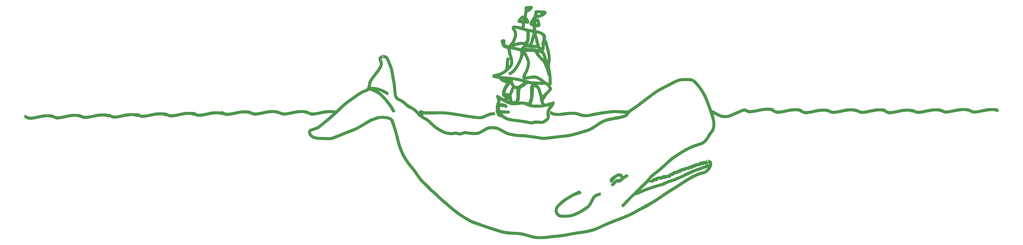
<source format=gbr>
%TF.GenerationSoftware,KiCad,Pcbnew,(6.99.0-2452-gdb4f2d9dd8)*%
%TF.CreationDate,2022-09-13T16:14:10+02:00*%
%TF.ProjectId,BEAMal_Rev1,4245414d-616c-45f5-9265-76312e6b6963,rev?*%
%TF.SameCoordinates,PXe1237f8PYe7db780*%
%TF.FileFunction,Legend,Bot*%
%TF.FilePolarity,Positive*%
%FSLAX46Y46*%
G04 Gerber Fmt 4.6, Leading zero omitted, Abs format (unit mm)*
G04 Created by KiCad (PCBNEW (6.99.0-2452-gdb4f2d9dd8)) date 2022-09-13 16:14:10*
%MOMM*%
%LPD*%
G01*
G04 APERTURE LIST*
%ADD10C,1.000000*%
%ADD11C,4.600000*%
%ADD12O,2.500000X8.970000*%
%ADD13O,1.700000X1.700000*%
%ADD14R,1.700000X1.700000*%
G04 APERTURE END LIST*
%TO.C,G\u002A\u002A\u002A*%
G36*
X142603185Y-204707973D02*
G01*
X142846364Y-204363375D01*
X143137504Y-204084474D01*
X143539240Y-203838242D01*
X144114209Y-203591655D01*
X144925047Y-203311684D01*
X145733145Y-203057621D01*
X146552558Y-202783283D01*
X147299953Y-202493720D01*
X147871613Y-202231057D01*
X148094746Y-202098423D01*
X148958260Y-201448829D01*
X150018791Y-200614439D01*
X151223185Y-199640242D01*
X152518285Y-198571229D01*
X153850934Y-197452391D01*
X155167976Y-196328717D01*
X156416255Y-195245198D01*
X157542615Y-194246824D01*
X158493899Y-193378586D01*
X159216951Y-192685473D01*
X159221127Y-192681300D01*
X160471461Y-191438250D01*
X161526612Y-190408191D01*
X162438626Y-189545543D01*
X163259549Y-188804722D01*
X164041429Y-188140148D01*
X164836310Y-187506238D01*
X165696240Y-186857412D01*
X166673264Y-186148088D01*
X166715397Y-186117897D01*
X167737916Y-185384971D01*
X168828524Y-184602346D01*
X169885095Y-183843366D01*
X170805502Y-183181373D01*
X171193458Y-182901933D01*
X172979098Y-181724787D01*
X174806754Y-180724107D01*
X176566763Y-179959189D01*
X176776681Y-179883057D01*
X177301990Y-179657912D01*
X177635034Y-179370196D01*
X177903263Y-178896480D01*
X177984075Y-178713781D01*
X178227148Y-177949093D01*
X178353806Y-177145768D01*
X178360563Y-176956718D01*
X178394748Y-176436255D01*
X178510341Y-175898705D01*
X178726905Y-175311247D01*
X179064000Y-174641060D01*
X179541186Y-173855324D01*
X180178026Y-172921218D01*
X180994079Y-171805922D01*
X182008906Y-170476615D01*
X182912578Y-169319014D01*
X183634790Y-168343428D01*
X184286582Y-167356350D01*
X184833372Y-166419682D01*
X185240582Y-165595329D01*
X185473629Y-164945194D01*
X185515493Y-164659477D01*
X185449931Y-164302386D01*
X185279036Y-163745615D01*
X185068310Y-163182280D01*
X184750830Y-162302989D01*
X184631146Y-161637636D01*
X184719318Y-161095628D01*
X185025407Y-160586373D01*
X185402520Y-160172942D01*
X185839322Y-159761659D01*
X186188743Y-159478591D01*
X186353194Y-159391549D01*
X186531321Y-159537736D01*
X186762249Y-159900621D01*
X186821019Y-160017605D01*
X187054851Y-160418820D01*
X187262363Y-160632755D01*
X187301332Y-160643662D01*
X187466714Y-160512489D01*
X187459747Y-160195831D01*
X187301778Y-159808975D01*
X187097447Y-159542517D01*
X186711796Y-159156866D01*
X187700679Y-159258927D01*
X188775474Y-159485666D01*
X189702939Y-159906286D01*
X190394933Y-160477894D01*
X190512226Y-160627206D01*
X190775986Y-161077970D01*
X191081379Y-161715634D01*
X191316670Y-162285833D01*
X191633182Y-163085904D01*
X192006495Y-163979963D01*
X192268584Y-164578873D01*
X192828141Y-165932457D01*
X193268004Y-167272921D01*
X193624472Y-168726465D01*
X193914994Y-170302816D01*
X194105048Y-171431409D01*
X194332979Y-172729370D01*
X194566517Y-174015267D01*
X194726219Y-174864084D01*
X194904626Y-175930193D01*
X195077832Y-177207678D01*
X195228149Y-178550388D01*
X195337890Y-179812168D01*
X195354012Y-180051408D01*
X195461965Y-181505711D01*
X195591298Y-182647666D01*
X195758924Y-183522643D01*
X195981755Y-184176014D01*
X196276701Y-184653148D01*
X196660677Y-184999417D01*
X197150593Y-185260191D01*
X197321127Y-185328676D01*
X198449762Y-185860894D01*
X199675730Y-186615562D01*
X200891358Y-187521947D01*
X201614085Y-188148873D01*
X202813431Y-189138186D01*
X204066261Y-189909561D01*
X204501624Y-190127326D01*
X205496849Y-190657625D01*
X206390176Y-191270803D01*
X207320567Y-192064427D01*
X207504512Y-192235678D01*
X208139893Y-192827271D01*
X208570405Y-193202041D01*
X208848566Y-193391634D01*
X209026890Y-193427692D01*
X209157896Y-193341860D01*
X209218181Y-193268252D01*
X209475287Y-192852781D01*
X209585327Y-192604317D01*
X209779602Y-192375212D01*
X209992568Y-192408158D01*
X210530484Y-192642336D01*
X210991837Y-192830671D01*
X211422646Y-192977814D01*
X211868928Y-193088415D01*
X212376700Y-193167126D01*
X212991980Y-193218596D01*
X213760784Y-193247476D01*
X214729131Y-193258417D01*
X215943037Y-193256070D01*
X217448519Y-193245085D01*
X218211191Y-193238746D01*
X219815897Y-193227540D01*
X221206465Y-193225679D01*
X222434972Y-193237861D01*
X223553489Y-193268782D01*
X224614091Y-193323141D01*
X225668851Y-193405636D01*
X226769845Y-193520965D01*
X227969145Y-193673824D01*
X229318825Y-193868913D01*
X230870960Y-194110928D01*
X232677623Y-194404567D01*
X234526761Y-194710630D01*
X236950900Y-195108072D01*
X239045776Y-195439544D01*
X240833205Y-195707836D01*
X242334998Y-195915739D01*
X243572971Y-196066043D01*
X244568937Y-196161539D01*
X245344710Y-196205018D01*
X245922104Y-196199269D01*
X246070177Y-196187320D01*
X246867399Y-196008809D01*
X247871882Y-195628118D01*
X248585138Y-195292952D01*
X249718944Y-194746756D01*
X250650116Y-194359218D01*
X251478441Y-194097884D01*
X252303705Y-193930302D01*
X253054172Y-193839505D01*
X254320317Y-193719596D01*
X254649155Y-194448829D01*
X254832386Y-194969588D01*
X254841163Y-195298307D01*
X254813997Y-195340574D01*
X254570979Y-195435720D01*
X254065851Y-195548102D01*
X253392346Y-195658097D01*
X253132451Y-195692616D01*
X252398054Y-195805635D01*
X251731100Y-195967009D01*
X251028902Y-196210833D01*
X250188771Y-196571204D01*
X249465549Y-196910144D01*
X248556842Y-197337261D01*
X247875824Y-197629886D01*
X247331326Y-197815742D01*
X246832182Y-197922551D01*
X246287224Y-197978036D01*
X245885211Y-197998870D01*
X245287283Y-198008870D01*
X244608108Y-197987889D01*
X243815018Y-197931791D01*
X242875344Y-197836440D01*
X241756416Y-197697702D01*
X240425565Y-197511440D01*
X238850121Y-197273520D01*
X236997417Y-196979807D01*
X234834781Y-196626164D01*
X234169014Y-196515801D01*
X231995116Y-196157139D01*
X230130176Y-195856929D01*
X228530950Y-195610904D01*
X227154190Y-195414798D01*
X225956649Y-195264347D01*
X224895081Y-195155284D01*
X223926240Y-195083343D01*
X223006879Y-195044258D01*
X222093751Y-195033764D01*
X221143609Y-195047593D01*
X220113207Y-195081482D01*
X219769718Y-195095435D01*
X218320065Y-195155255D01*
X217169607Y-195199131D01*
X216260159Y-195227339D01*
X215533537Y-195240156D01*
X214931559Y-195237859D01*
X214396039Y-195220723D01*
X213868795Y-195189024D01*
X213291641Y-195143040D01*
X213106690Y-195127077D01*
X211630986Y-194998522D01*
X211630986Y-195603617D01*
X211647404Y-195892946D01*
X211737295Y-196112999D01*
X211961611Y-196316991D01*
X212381306Y-196558134D01*
X213057333Y-196889642D01*
X213160570Y-196938975D01*
X213789456Y-197256682D01*
X214343116Y-197586587D01*
X214890009Y-197981158D01*
X215498596Y-198492864D01*
X216237337Y-199174174D01*
X216872190Y-199783623D01*
X218001769Y-200852902D01*
X218986661Y-201717743D01*
X219916259Y-202444244D01*
X220879953Y-203098505D01*
X221967133Y-203746625D01*
X222989875Y-204307263D01*
X223900033Y-204772114D01*
X224655972Y-205093392D01*
X225403865Y-205321814D01*
X226289882Y-205508097D01*
X226615372Y-205565206D01*
X227490670Y-205706379D01*
X228131469Y-205779605D01*
X228654179Y-205786544D01*
X229175211Y-205728856D01*
X229799333Y-205610610D01*
X230509259Y-205475638D01*
X231027108Y-205428890D01*
X231508736Y-205475356D01*
X232109995Y-205620026D01*
X232371085Y-205692958D01*
X233625071Y-206047826D01*
X236479983Y-205111892D01*
X238767808Y-205419864D01*
X239814244Y-205542940D01*
X240905017Y-205641531D01*
X241901092Y-205704605D01*
X242576056Y-205722030D01*
X243280004Y-205702256D01*
X243893314Y-205632020D01*
X244484135Y-205486103D01*
X245120617Y-205239287D01*
X245870907Y-204866356D01*
X246803156Y-204342090D01*
X247639209Y-203848457D01*
X248775026Y-203194509D01*
X249712608Y-202725853D01*
X250542888Y-202417151D01*
X251356799Y-202243066D01*
X252245273Y-202178260D01*
X253299243Y-202197397D01*
X253525178Y-202208403D01*
X254472393Y-202270517D01*
X255266638Y-202364603D01*
X255981337Y-202515839D01*
X256689918Y-202749404D01*
X257465807Y-203090477D01*
X258382429Y-203564235D01*
X259513211Y-204195858D01*
X259801982Y-204360772D01*
X261143265Y-205092877D01*
X262261815Y-205621915D01*
X263211025Y-205972280D01*
X263518340Y-206058545D01*
X265111616Y-206405467D01*
X266849180Y-206681485D01*
X268585431Y-206868238D01*
X270174770Y-206947365D01*
X270569718Y-206947780D01*
X271657609Y-206972697D01*
X272725755Y-207062803D01*
X273606564Y-207203931D01*
X273610563Y-207204818D01*
X274304432Y-207333573D01*
X275226679Y-207469493D01*
X276248790Y-207595056D01*
X277098592Y-207680417D01*
X278191938Y-207795059D01*
X279378582Y-207948841D01*
X280493013Y-208118990D01*
X281158402Y-208238974D01*
X281885350Y-208376060D01*
X282540561Y-208477388D01*
X283174932Y-208541452D01*
X283839360Y-208566745D01*
X284584742Y-208551762D01*
X285461976Y-208494996D01*
X286521959Y-208394940D01*
X287815589Y-208250088D01*
X289393761Y-208058934D01*
X290066901Y-207975308D01*
X291470231Y-207803653D01*
X292851147Y-207640929D01*
X294142315Y-207494611D01*
X295276401Y-207372171D01*
X296186070Y-207281083D01*
X296774648Y-207230845D01*
X297831955Y-207106339D01*
X299169328Y-206868039D01*
X300732201Y-206528655D01*
X302466007Y-206100896D01*
X304316178Y-205597470D01*
X306228149Y-205031087D01*
X306254930Y-205022823D01*
X307284893Y-204705509D01*
X308370831Y-204372133D01*
X309373712Y-204065316D01*
X310064117Y-203855083D01*
X310632346Y-203669281D01*
X311165929Y-203457688D01*
X311721662Y-203188799D01*
X312356341Y-202831113D01*
X313126763Y-202353127D01*
X314089723Y-201723339D01*
X314970754Y-201133578D01*
X316422727Y-200170509D01*
X317656527Y-199393787D01*
X318739341Y-198773995D01*
X319738354Y-198281719D01*
X320720752Y-197887544D01*
X321753722Y-197562052D01*
X322904448Y-197275830D01*
X324240117Y-196999462D01*
X324548271Y-196940327D01*
X325364364Y-196776743D01*
X326054283Y-196622615D01*
X326539701Y-196496466D01*
X326735916Y-196423000D01*
X326993689Y-196338889D01*
X327500077Y-196247181D01*
X328146973Y-196167337D01*
X328166901Y-196165379D01*
X329240615Y-196032567D01*
X330317718Y-195850239D01*
X331306655Y-195637902D01*
X332115874Y-195415064D01*
X332628173Y-195214844D01*
X332977765Y-195021440D01*
X333033113Y-194911562D01*
X332819185Y-194807217D01*
X332765100Y-194787106D01*
X332339024Y-194689450D01*
X331633730Y-194592591D01*
X330727719Y-194501813D01*
X329699492Y-194422403D01*
X328627549Y-194359645D01*
X327590392Y-194318826D01*
X326666521Y-194305232D01*
X325934437Y-194324147D01*
X325911046Y-194325604D01*
X324606568Y-194437443D01*
X323029891Y-194618629D01*
X321257218Y-194857282D01*
X319364754Y-195141525D01*
X317428703Y-195459478D01*
X315525270Y-195799263D01*
X313730657Y-196149002D01*
X312426056Y-196427634D01*
X311339814Y-196620806D01*
X310149835Y-196754133D01*
X309206338Y-196800231D01*
X308493729Y-196792251D01*
X307871754Y-196744342D01*
X307241657Y-196638413D01*
X306504681Y-196456371D01*
X305562071Y-196180124D01*
X305181690Y-196062922D01*
X304149425Y-195751312D01*
X303353628Y-195539288D01*
X302693034Y-195408454D01*
X302066378Y-195340415D01*
X301372395Y-195316778D01*
X301067606Y-195315615D01*
X300231149Y-195344182D01*
X299171245Y-195420668D01*
X298017263Y-195533803D01*
X296898572Y-195672319D01*
X296779536Y-195689150D01*
X294841235Y-195927419D01*
X293186268Y-196040448D01*
X291762863Y-196028242D01*
X290519250Y-195890808D01*
X289616123Y-195689898D01*
X288781664Y-195440578D01*
X288239769Y-195209382D01*
X287932993Y-194940437D01*
X287803889Y-194577872D01*
X287795012Y-194065812D01*
X287803531Y-193926928D01*
X287874842Y-193345836D01*
X288029326Y-193079390D01*
X288331245Y-193097094D01*
X288844862Y-193368455D01*
X288904225Y-193404620D01*
X289715344Y-193810798D01*
X290631374Y-194082769D01*
X291698780Y-194223581D01*
X292964028Y-194236284D01*
X294473585Y-194123926D01*
X296273916Y-193889556D01*
X296280288Y-193888600D01*
X297789122Y-193698348D01*
X299353634Y-193564190D01*
X300792245Y-193500939D01*
X301067606Y-193498030D01*
X302036080Y-193501433D01*
X302767975Y-193531713D01*
X303384371Y-193607880D01*
X304006347Y-193748947D01*
X304754984Y-193973923D01*
X305360563Y-194172069D01*
X306579061Y-194548872D01*
X307639449Y-194802110D01*
X308627702Y-194933913D01*
X309629795Y-194946411D01*
X310731701Y-194841735D01*
X312019397Y-194622015D01*
X313230986Y-194367076D01*
X314404542Y-194119283D01*
X315639761Y-193878574D01*
X316816698Y-193667055D01*
X317815408Y-193506830D01*
X318150000Y-193460519D01*
X319118921Y-193331322D01*
X320291646Y-193168431D01*
X321518452Y-192992952D01*
X322621831Y-192830172D01*
X323454712Y-192710761D01*
X324196658Y-192622026D01*
X324917297Y-192561306D01*
X325686256Y-192525941D01*
X326573164Y-192513271D01*
X327647650Y-192520637D01*
X328979340Y-192545378D01*
X329665183Y-192561095D01*
X330907605Y-192594138D01*
X332032738Y-192630877D01*
X332990821Y-192669136D01*
X333732090Y-192706737D01*
X334206783Y-192741501D01*
X334362713Y-192766664D01*
X334596336Y-192734425D01*
X334959312Y-192526487D01*
X335010911Y-192487996D01*
X335334070Y-192256144D01*
X335888765Y-191875304D01*
X336606728Y-191391690D01*
X337419696Y-190851513D01*
X337736809Y-190642686D01*
X338467869Y-190143662D01*
X339418333Y-189466169D01*
X340527913Y-188654793D01*
X341736320Y-187754121D01*
X342983263Y-186808739D01*
X344208456Y-185863235D01*
X344370547Y-185736728D01*
X346112453Y-184384608D01*
X347634023Y-183227958D01*
X348988617Y-182231868D01*
X350229591Y-181361428D01*
X351410303Y-180581727D01*
X352584110Y-179857855D01*
X353804370Y-179154901D01*
X355124440Y-178437957D01*
X356597678Y-177672111D01*
X357045648Y-177443776D01*
X358259897Y-176825946D01*
X359446054Y-176220560D01*
X360542907Y-175658999D01*
X361489244Y-175172643D01*
X362223851Y-174792873D01*
X362600873Y-174595901D01*
X364517347Y-173774985D01*
X366505680Y-173301188D01*
X368502817Y-173165961D01*
X369411073Y-173171494D01*
X370335636Y-173173145D01*
X371114827Y-173170732D01*
X371303451Y-173169110D01*
X372335682Y-173241660D01*
X373302857Y-173499966D01*
X374245646Y-173970540D01*
X375204721Y-174679893D01*
X376220751Y-175654534D01*
X377334405Y-176920977D01*
X377647551Y-177304527D01*
X378649236Y-178592067D01*
X379539987Y-179844564D01*
X380347348Y-181115106D01*
X381098864Y-182456785D01*
X381822079Y-183922691D01*
X382544538Y-185565914D01*
X383293785Y-187439546D01*
X384097366Y-189596676D01*
X384262773Y-190054960D01*
X384619827Y-191026408D01*
X384937360Y-191848322D01*
X385196279Y-192474701D01*
X385377493Y-192859545D01*
X385461909Y-192956852D01*
X385464172Y-192949611D01*
X385650762Y-192697913D01*
X386049654Y-192730614D01*
X386657306Y-193046816D01*
X387114886Y-193367928D01*
X387730314Y-193773657D01*
X388532053Y-194225469D01*
X389372315Y-194641538D01*
X389592354Y-194739619D01*
X390506334Y-195104978D01*
X391275905Y-195327419D01*
X392063722Y-195447589D01*
X392577610Y-195485589D01*
X393292185Y-195505200D01*
X393955760Y-195468680D01*
X394626352Y-195359302D01*
X395361975Y-195160338D01*
X396220647Y-194855061D01*
X397260381Y-194426745D01*
X398539196Y-193858660D01*
X399085846Y-193609109D01*
X400498781Y-192968848D01*
X401638173Y-192473073D01*
X402550031Y-192105436D01*
X403280366Y-191849589D01*
X403875189Y-191689183D01*
X404380510Y-191607871D01*
X404772042Y-191588732D01*
X405259018Y-191603054D01*
X405471348Y-191681424D01*
X405491962Y-191876942D01*
X405458104Y-192028026D01*
X405233908Y-192768848D01*
X404999577Y-193200285D01*
X404726206Y-193370209D01*
X404643258Y-193377464D01*
X404407339Y-193401114D01*
X404085775Y-193482538D01*
X403639419Y-193637446D01*
X403029129Y-193881550D01*
X402215757Y-194230559D01*
X401160160Y-194700184D01*
X399823192Y-195306136D01*
X399716197Y-195354911D01*
X398313038Y-195985337D01*
X397169507Y-196472232D01*
X396225916Y-196833369D01*
X395422575Y-197086521D01*
X394699795Y-197249462D01*
X393997887Y-197339963D01*
X393257162Y-197375798D01*
X392919014Y-197378823D01*
X392020009Y-197357935D01*
X391305459Y-197273297D01*
X390603553Y-197093690D01*
X389812228Y-196814326D01*
X388942643Y-196460777D01*
X388025807Y-196048198D01*
X387241766Y-195658139D01*
X387151241Y-195609087D01*
X386554064Y-195294608D01*
X386216131Y-195157247D01*
X386093851Y-195183665D01*
X386112774Y-195291310D01*
X386392166Y-196139890D01*
X386671319Y-197212470D01*
X386921688Y-198376424D01*
X387114730Y-199499127D01*
X387221561Y-200442957D01*
X387188458Y-202262737D01*
X386831276Y-203933131D01*
X386147934Y-205460634D01*
X385188106Y-206792957D01*
X384752535Y-207358795D01*
X384262547Y-208096241D01*
X383818023Y-208854143D01*
X383783208Y-208919041D01*
X383144269Y-209954643D01*
X382351858Y-210985334D01*
X381479520Y-211931744D01*
X380600802Y-212714503D01*
X379789250Y-213254240D01*
X379745400Y-213276613D01*
X379170623Y-213522467D01*
X378366606Y-213811971D01*
X377451772Y-214104437D01*
X376759704Y-214302457D01*
X375128173Y-214812645D01*
X373410223Y-215491965D01*
X371572262Y-216357330D01*
X369580698Y-217425657D01*
X367401940Y-218713860D01*
X365109731Y-220168727D01*
X363780036Y-221045317D01*
X362686908Y-221791231D01*
X361760788Y-222460917D01*
X360932121Y-223108822D01*
X360131348Y-223789393D01*
X359288911Y-224557077D01*
X358335252Y-225466321D01*
X358307042Y-225493601D01*
X355929633Y-227679660D01*
X353212017Y-229967541D01*
X350623466Y-232000627D01*
X349790959Y-232677410D01*
X349098864Y-233320657D01*
X348574267Y-233895748D01*
X348244251Y-234368064D01*
X348135898Y-234702986D01*
X348276293Y-234865894D01*
X348373964Y-234876056D01*
X348554420Y-234757540D01*
X348533699Y-234607746D01*
X348550988Y-234378210D01*
X348649854Y-234339436D01*
X348906863Y-234229137D01*
X349302489Y-233950445D01*
X349493803Y-233790825D01*
X350009830Y-233417798D01*
X350482953Y-233288591D01*
X350715985Y-233293677D01*
X351301002Y-233227369D01*
X351784219Y-232903204D01*
X352107495Y-232652390D01*
X352476472Y-232518668D01*
X353014296Y-232468677D01*
X353402905Y-232464703D01*
X353990798Y-232452393D01*
X354404708Y-232416859D01*
X354550704Y-232369114D01*
X354688395Y-232221114D01*
X355024991Y-231990387D01*
X355075896Y-231959852D01*
X355582903Y-231767657D01*
X356363324Y-231640759D01*
X357253802Y-231579365D01*
X358036980Y-231539502D01*
X358540597Y-231486384D01*
X358842749Y-231398707D01*
X359021533Y-231255170D01*
X359139171Y-231065080D01*
X359497368Y-230684138D01*
X360057319Y-230378762D01*
X360663064Y-230229444D01*
X360766194Y-230225352D01*
X361042955Y-230103039D01*
X361418570Y-229797559D01*
X361539655Y-229674928D01*
X361926694Y-229321603D01*
X362308981Y-229177629D01*
X362851059Y-229173530D01*
X363409077Y-229167014D01*
X363762056Y-229030392D01*
X363975621Y-228818320D01*
X364476493Y-228466036D01*
X365079145Y-228309974D01*
X365785037Y-228107840D01*
X366276581Y-227784622D01*
X366765777Y-227460675D01*
X367420626Y-227363389D01*
X367428690Y-227363380D01*
X368231056Y-227220388D01*
X368672499Y-226984145D01*
X369278281Y-226695102D01*
X369827932Y-226679917D01*
X370246281Y-226695193D01*
X370462336Y-226637505D01*
X370470423Y-226616562D01*
X370624134Y-226423573D01*
X371001884Y-226208389D01*
X371478597Y-226026924D01*
X371929195Y-225935094D01*
X372000859Y-225932394D01*
X372452221Y-225818421D01*
X372940266Y-225538724D01*
X373007269Y-225485211D01*
X373712673Y-225102536D01*
X374181682Y-225038028D01*
X374713486Y-224955487D01*
X375136254Y-224754901D01*
X375158302Y-224736075D01*
X375562704Y-224529573D01*
X376113612Y-224425714D01*
X376186586Y-224423047D01*
X376923178Y-224268345D01*
X377332132Y-223988274D01*
X377824118Y-223670982D01*
X378458247Y-223574609D01*
X378532051Y-223574914D01*
X379120451Y-223514291D01*
X379627605Y-223351264D01*
X379708780Y-223304995D01*
X380330806Y-223103363D01*
X380739399Y-223122574D01*
X381229977Y-223134639D01*
X381587983Y-222926353D01*
X381718554Y-222787670D01*
X382065732Y-222483017D01*
X382375162Y-222354939D01*
X382377087Y-222354929D01*
X382564282Y-222382982D01*
X382484994Y-222526180D01*
X382378270Y-222636016D01*
X382127271Y-223079047D01*
X382166361Y-223532605D01*
X382348459Y-223771778D01*
X382519003Y-223845653D01*
X382632521Y-223674269D01*
X382721769Y-223257997D01*
X382833995Y-222781093D01*
X382964452Y-222476172D01*
X383000979Y-222438538D01*
X383275157Y-222448357D01*
X383716956Y-222630122D01*
X384221206Y-222924337D01*
X384682735Y-223271504D01*
X384942247Y-223536737D01*
X385251048Y-224206180D01*
X385306039Y-225058474D01*
X385122532Y-226040771D01*
X384715843Y-227100221D01*
X384101283Y-228183977D01*
X383294167Y-229239188D01*
X383287818Y-229246414D01*
X382387246Y-230099669D01*
X381351694Y-230732966D01*
X380101982Y-231188176D01*
X379235211Y-231389574D01*
X377893831Y-231750297D01*
X376340547Y-232350205D01*
X374568330Y-233192931D01*
X372570151Y-234282111D01*
X370338978Y-235621378D01*
X367867782Y-237214366D01*
X367519014Y-237446640D01*
X366687661Y-237992282D01*
X365637376Y-238666407D01*
X364456024Y-239413491D01*
X363231470Y-240178010D01*
X362051577Y-240904441D01*
X361924257Y-240982096D01*
X360731526Y-241721159D01*
X359464439Y-242527624D01*
X358217158Y-243340111D01*
X357083846Y-244097236D01*
X356158664Y-244737619D01*
X356110876Y-244771669D01*
X354894637Y-245625132D01*
X353601103Y-246506627D01*
X352291787Y-247376314D01*
X351028201Y-248194352D01*
X349871859Y-248920901D01*
X348884275Y-249516121D01*
X348146987Y-249929665D01*
X347591001Y-250246428D01*
X347154611Y-250539030D01*
X346964039Y-250709376D01*
X346738375Y-250872805D01*
X346248629Y-251147288D01*
X345558159Y-251499772D01*
X344730323Y-251897205D01*
X344354930Y-252070483D01*
X343236440Y-252606903D01*
X341989780Y-253246952D01*
X340769103Y-253909320D01*
X339753501Y-254497554D01*
X338675790Y-255120628D01*
X337489631Y-255744812D01*
X336157834Y-256386536D01*
X334643210Y-257062225D01*
X332908567Y-257788307D01*
X330916716Y-258581209D01*
X328630466Y-259457359D01*
X327919842Y-259724576D01*
X326443681Y-260293866D01*
X324807974Y-260952062D01*
X323128313Y-261650848D01*
X321520289Y-262341904D01*
X320099494Y-262976913D01*
X319727711Y-263148951D01*
X318026942Y-263933103D01*
X316545455Y-264585335D01*
X315215780Y-265125179D01*
X313970446Y-265572166D01*
X312741985Y-265945827D01*
X311462925Y-266265692D01*
X310065799Y-266551291D01*
X308483135Y-266822157D01*
X306647464Y-267097820D01*
X305554328Y-267251792D01*
X304161641Y-267455172D01*
X302671226Y-267690220D01*
X301194495Y-267938192D01*
X299842859Y-268180343D01*
X298727730Y-268397929D01*
X298667708Y-268410436D01*
X297266395Y-268689429D01*
X295924400Y-268922904D01*
X294551408Y-269123285D01*
X293057104Y-269302995D01*
X291351173Y-269474460D01*
X290156338Y-269581323D01*
X289184402Y-269677904D01*
X288052677Y-269809514D01*
X286954384Y-269953152D01*
X286578873Y-270007162D01*
X285420508Y-270137932D01*
X284073559Y-270223343D01*
X282635896Y-270263113D01*
X281205386Y-270256956D01*
X279879900Y-270204588D01*
X278757305Y-270105725D01*
X278261268Y-270031328D01*
X277648685Y-269898840D01*
X276788006Y-269685279D01*
X275772927Y-269415219D01*
X274697143Y-269113228D01*
X274147183Y-268952425D01*
X272369762Y-268453148D01*
X270816006Y-268086251D01*
X269384169Y-267835488D01*
X267972505Y-267684613D01*
X266479266Y-267617380D01*
X265740141Y-267610069D01*
X262939343Y-267479157D01*
X260239324Y-267078398D01*
X258316901Y-266623816D01*
X257577462Y-266411997D01*
X256582629Y-266109513D01*
X255376612Y-265731150D01*
X254003621Y-265291691D01*
X252507866Y-264805921D01*
X250933556Y-264288623D01*
X249324902Y-263754582D01*
X247726114Y-263218582D01*
X246181401Y-262695407D01*
X244734973Y-262199842D01*
X243431041Y-261746670D01*
X242313814Y-261350677D01*
X241427503Y-261026645D01*
X240816317Y-260789359D01*
X240631816Y-260709768D01*
X239992898Y-260392364D01*
X239141348Y-259937765D01*
X238169011Y-259396596D01*
X237167732Y-258819482D01*
X236706335Y-258546078D01*
X234684674Y-257297447D01*
X232835590Y-256066735D01*
X231072235Y-254789447D01*
X229307758Y-253401090D01*
X227455311Y-251837170D01*
X226298592Y-250817299D01*
X225479517Y-250095713D01*
X224622035Y-249357238D01*
X223825688Y-248686646D01*
X223190019Y-248168707D01*
X223168310Y-248151549D01*
X222612358Y-247687508D01*
X221877110Y-247037214D01*
X221036037Y-246267575D01*
X220162613Y-245445499D01*
X219590845Y-244893749D01*
X218761554Y-244098623D01*
X217937883Y-243334379D01*
X217185934Y-242660550D01*
X216571809Y-242136670D01*
X216246220Y-241881463D01*
X215676661Y-241431244D01*
X215188567Y-240983388D01*
X214904670Y-240656997D01*
X214506841Y-240154733D01*
X213865118Y-239461912D01*
X213013785Y-238612921D01*
X211987125Y-237642146D01*
X211040694Y-236781336D01*
X210439625Y-236224119D01*
X209909432Y-235680193D01*
X209399245Y-235086445D01*
X208858197Y-234379762D01*
X208235420Y-233497031D01*
X207480045Y-232375139D01*
X207436470Y-232309505D01*
X206702597Y-231233032D01*
X205913946Y-230126387D01*
X205133627Y-229074793D01*
X204424749Y-228163478D01*
X203899739Y-227533371D01*
X201959415Y-225163730D01*
X200280554Y-222752897D01*
X198836110Y-220246212D01*
X197599041Y-217589011D01*
X196542301Y-214726632D01*
X195638846Y-211604414D01*
X195275560Y-210102112D01*
X194964960Y-208806898D01*
X194612168Y-207440104D01*
X194235195Y-206062636D01*
X193852055Y-204735399D01*
X193480759Y-203519298D01*
X193139320Y-202475239D01*
X192845751Y-201664126D01*
X192638768Y-201186400D01*
X192372917Y-200539016D01*
X192179139Y-199850211D01*
X192162112Y-199759696D01*
X191943947Y-199142656D01*
X191499047Y-198665892D01*
X190784503Y-198297948D01*
X189778062Y-198011908D01*
X188980187Y-197887277D01*
X188009151Y-197811927D01*
X186973353Y-197786284D01*
X185981189Y-197810774D01*
X185141057Y-197885823D01*
X184621127Y-197991646D01*
X183139197Y-198469426D01*
X181906812Y-198907888D01*
X180825957Y-199352470D01*
X179798614Y-199848605D01*
X178726768Y-200441728D01*
X177512401Y-201177276D01*
X176852386Y-201592819D01*
X175224475Y-202604097D01*
X173764061Y-203456024D01*
X172376304Y-204195452D01*
X170966364Y-204869235D01*
X169439401Y-205524225D01*
X167700576Y-206207275D01*
X166912676Y-206503237D01*
X165787235Y-206929325D01*
X164654483Y-207371515D01*
X163606493Y-207792939D01*
X162735335Y-208156726D01*
X162261972Y-208365621D01*
X161468733Y-208709580D01*
X160470438Y-209112803D01*
X159401681Y-209522212D01*
X158505634Y-209846911D01*
X156269718Y-210629876D01*
X152692254Y-210591657D01*
X150737581Y-210551147D01*
X149098193Y-210469111D01*
X147733119Y-210336652D01*
X146601387Y-210144872D01*
X145662026Y-209884875D01*
X144874066Y-209547763D01*
X144196535Y-209124639D01*
X143599280Y-208617060D01*
X142822477Y-207698749D01*
X142367775Y-206767418D01*
X142242726Y-205852702D01*
X142246765Y-205836167D01*
X144050683Y-205836167D01*
X144051264Y-206071367D01*
X144226700Y-206457077D01*
X144286516Y-206568911D01*
X144681904Y-207115563D01*
X145183219Y-207589143D01*
X145253205Y-207638722D01*
X145732921Y-207929408D01*
X146240971Y-208159172D01*
X146828545Y-208336506D01*
X147546834Y-208469902D01*
X148447029Y-208567852D01*
X149580319Y-208638848D01*
X150997896Y-208691382D01*
X151714444Y-208710579D01*
X155745085Y-208810007D01*
X157975007Y-208045988D01*
X159021377Y-207672468D01*
X160142444Y-207247691D01*
X161191581Y-206828430D01*
X161904225Y-206524621D01*
X162643071Y-206207960D01*
X163623231Y-205806111D01*
X164750089Y-205356898D01*
X165929027Y-204898143D01*
X166823240Y-204558264D01*
X168374524Y-203963087D01*
X169705893Y-203418040D01*
X170900658Y-202881168D01*
X172042129Y-202310514D01*
X173213618Y-201664123D01*
X174498436Y-200900038D01*
X175979895Y-199976305D01*
X176205135Y-199833504D01*
X177194477Y-199215294D01*
X178128253Y-198650232D01*
X178947773Y-198172416D01*
X179594348Y-197815941D01*
X180009291Y-197614905D01*
X180050909Y-197599217D01*
X180631974Y-197398881D01*
X181359314Y-197150847D01*
X181848592Y-196985329D01*
X182586017Y-196730232D01*
X183330394Y-196462311D01*
X183726761Y-196313696D01*
X184426272Y-196137462D01*
X185386100Y-196023814D01*
X186514337Y-195972719D01*
X187719076Y-195984144D01*
X188908409Y-196058057D01*
X189990429Y-196194425D01*
X190590951Y-196316121D01*
X191380583Y-196534303D01*
X191952653Y-196772864D01*
X192443931Y-197101467D01*
X192873696Y-197478797D01*
X193179232Y-197773130D01*
X193423745Y-198048397D01*
X193633766Y-198360787D01*
X193835825Y-198766491D01*
X194056451Y-199321700D01*
X194322175Y-200082605D01*
X194659526Y-201105395D01*
X194822155Y-201605633D01*
X195180008Y-202754271D01*
X195591381Y-204151262D01*
X196028273Y-205696623D01*
X196462682Y-207290375D01*
X196866606Y-208832535D01*
X197051484Y-209565493D01*
X197388986Y-210894061D01*
X197731804Y-212189027D01*
X198061547Y-213384862D01*
X198359823Y-214416037D01*
X198608240Y-215217023D01*
X198758386Y-215647183D01*
X199907007Y-218252950D01*
X201333674Y-220873286D01*
X202977409Y-223408547D01*
X204777232Y-225759089D01*
X205366144Y-226444632D01*
X206023738Y-227231353D01*
X206795834Y-228223742D01*
X207608835Y-229323168D01*
X208389141Y-230430997D01*
X208825083Y-231080109D01*
X209620126Y-232262820D01*
X210338727Y-233255004D01*
X211045652Y-234129043D01*
X211805669Y-234957318D01*
X212683544Y-235812212D01*
X213744045Y-236766106D01*
X214492958Y-237414366D01*
X215105556Y-237972708D01*
X215634180Y-238514656D01*
X216001350Y-238958003D01*
X216102817Y-239122424D01*
X216369407Y-239487668D01*
X216842314Y-239968283D01*
X217433096Y-240476906D01*
X217623240Y-240624267D01*
X218235370Y-241121981D01*
X218998159Y-241795809D01*
X219818011Y-242560482D01*
X220601329Y-243330730D01*
X220664085Y-243394601D01*
X221491991Y-244212085D01*
X222415581Y-245079459D01*
X223320882Y-245891980D01*
X224078638Y-246532593D01*
X224803436Y-247128444D01*
X225699425Y-247881772D01*
X226671217Y-248711479D01*
X227623424Y-249536464D01*
X227991559Y-249859393D01*
X230496656Y-251966051D01*
X233064791Y-253934897D01*
X235636612Y-255724914D01*
X238152771Y-257295088D01*
X240553917Y-258604401D01*
X240876761Y-258764182D01*
X241405983Y-258994141D01*
X242231729Y-259316439D01*
X243309285Y-259715982D01*
X244593939Y-260177678D01*
X246040981Y-260686434D01*
X247605697Y-261227156D01*
X249243376Y-261784751D01*
X250909307Y-262344127D01*
X252558776Y-262890190D01*
X254147072Y-263407848D01*
X255629484Y-263882008D01*
X256961299Y-264297576D01*
X258097805Y-264639459D01*
X258994291Y-264892565D01*
X259163453Y-264937054D01*
X261609377Y-265434227D01*
X264294289Y-265731004D01*
X266924105Y-265820977D01*
X268159540Y-265853174D01*
X269357616Y-265958891D01*
X270598239Y-266152117D01*
X271961313Y-266446841D01*
X273526743Y-266857053D01*
X274594366Y-267163842D01*
X275662876Y-267469605D01*
X276731585Y-267759812D01*
X277700425Y-268008328D01*
X278469328Y-268189017D01*
X278708451Y-268238370D01*
X279687971Y-268363686D01*
X280938210Y-268426875D01*
X282377986Y-268430225D01*
X283926117Y-268376028D01*
X285501424Y-268266572D01*
X287022724Y-268104147D01*
X287894339Y-267979266D01*
X288764305Y-267848269D01*
X289506019Y-267751728D01*
X290048624Y-267697766D01*
X290321261Y-267694504D01*
X290335488Y-267699466D01*
X290565717Y-267710190D01*
X291056024Y-267662618D01*
X291715292Y-267566584D01*
X291971431Y-267522929D01*
X292807061Y-267395101D01*
X293641140Y-267300298D01*
X294311451Y-267256476D01*
X294388375Y-267255408D01*
X294878487Y-267217013D01*
X295634844Y-267113088D01*
X296574749Y-266956991D01*
X297615509Y-266762084D01*
X298277771Y-266627060D01*
X299435957Y-266397104D01*
X300827470Y-266142986D01*
X302330739Y-265885592D01*
X303824193Y-265645811D01*
X305046438Y-265464164D01*
X306799928Y-265210840D01*
X308256144Y-264986858D01*
X309473228Y-264780770D01*
X310509319Y-264581128D01*
X311422557Y-264376486D01*
X312271084Y-264155394D01*
X313113038Y-263906405D01*
X313372288Y-263824795D01*
X313955821Y-263635664D01*
X314486446Y-263453257D01*
X315014254Y-263256248D01*
X315589341Y-263023306D01*
X316261801Y-262733104D01*
X317081729Y-262364313D01*
X318099217Y-261895604D01*
X319364361Y-261305649D01*
X320117606Y-260952845D01*
X321103570Y-260508044D01*
X322339771Y-259977386D01*
X323739902Y-259396335D01*
X325217653Y-258800356D01*
X326686716Y-258224913D01*
X327630282Y-257865839D01*
X329783161Y-257048547D01*
X331642832Y-256320475D01*
X333256442Y-255660651D01*
X334671135Y-255048104D01*
X335934058Y-254461861D01*
X337092356Y-253880951D01*
X338193174Y-253284402D01*
X339078169Y-252773502D01*
X340015131Y-252229913D01*
X340960539Y-251700368D01*
X341818074Y-251237622D01*
X342491413Y-250894427D01*
X342624499Y-250831254D01*
X343265618Y-250503997D01*
X343804826Y-250174956D01*
X344132177Y-249911709D01*
X344144922Y-249896749D01*
X344445175Y-249660434D01*
X344981098Y-249355229D01*
X345652789Y-249036243D01*
X345875352Y-248942196D01*
X346888352Y-248469201D01*
X348146587Y-247783470D01*
X349621547Y-246902580D01*
X351284719Y-245844107D01*
X353107592Y-244625630D01*
X354908451Y-243373276D01*
X356070687Y-242569050D01*
X357386604Y-241688045D01*
X358735513Y-240809249D01*
X359996725Y-240011653D01*
X360721831Y-239568468D01*
X361889479Y-238857381D01*
X363193428Y-238045679D01*
X364505302Y-237214333D01*
X365696726Y-236444315D01*
X366177465Y-236127360D01*
X368508595Y-234607073D01*
X370595502Y-233310881D01*
X372462232Y-232226211D01*
X374132836Y-231340487D01*
X375631362Y-230641138D01*
X376981857Y-230115588D01*
X378208372Y-229751264D01*
X378503133Y-229682877D01*
X379290000Y-229496112D01*
X379991762Y-229302720D01*
X380500673Y-229133505D01*
X380642009Y-229071395D01*
X380976877Y-228845878D01*
X381382173Y-228505766D01*
X381789999Y-228119282D01*
X382132456Y-227754649D01*
X382341647Y-227480092D01*
X382349671Y-227363833D01*
X382341898Y-227363380D01*
X382039884Y-227422022D01*
X381462459Y-227584564D01*
X380669789Y-227830932D01*
X379722043Y-228141050D01*
X378679386Y-228494843D01*
X377601986Y-228872236D01*
X376550010Y-229253153D01*
X375583624Y-229617520D01*
X375568310Y-229623444D01*
X374559529Y-230033525D01*
X373344674Y-230558064D01*
X372035381Y-231147070D01*
X370743286Y-231750551D01*
X369844366Y-232186691D01*
X366934464Y-233578914D01*
X364281415Y-234746533D01*
X361869194Y-235696287D01*
X359901362Y-236367080D01*
X359050621Y-236648226D01*
X358290772Y-236927377D01*
X357707678Y-237171218D01*
X357397137Y-237338708D01*
X357090474Y-237550089D01*
X356744407Y-237738901D01*
X356305332Y-237923849D01*
X355719643Y-238123635D01*
X354933736Y-238356966D01*
X353894006Y-238642544D01*
X352918460Y-238901460D01*
X349306650Y-239976424D01*
X345688787Y-241290347D01*
X343013380Y-242424237D01*
X341626529Y-243031492D01*
X340533387Y-243462845D01*
X339719203Y-243723597D01*
X339169226Y-243819053D01*
X339131688Y-243819718D01*
X338871425Y-243947503D01*
X338418067Y-244303083D01*
X337813836Y-244844793D01*
X337100954Y-245530968D01*
X336321644Y-246319942D01*
X335518128Y-247170052D01*
X334732628Y-248039633D01*
X334056229Y-248828169D01*
X333448850Y-249513316D01*
X332840193Y-250124040D01*
X332312758Y-250580862D01*
X332054663Y-250756455D01*
X331318700Y-251164318D01*
X330941722Y-250312096D01*
X330732781Y-249783141D01*
X330693965Y-249497401D01*
X330796808Y-249393659D01*
X331009761Y-249240761D01*
X331399201Y-248881130D01*
X331902800Y-248374400D01*
X332280986Y-247973702D01*
X332870088Y-247350106D01*
X333674805Y-246517869D01*
X334654349Y-245517837D01*
X335767937Y-244390851D01*
X336974782Y-243177757D01*
X338234099Y-241919398D01*
X339420275Y-240740896D01*
X342107836Y-240740896D01*
X342119014Y-240751703D01*
X342333720Y-240668970D01*
X342826961Y-240474993D01*
X343544968Y-240191041D01*
X344433978Y-239838383D01*
X345440223Y-239438285D01*
X345578248Y-239383337D01*
X349599004Y-237933872D01*
X353518782Y-236827452D01*
X354192958Y-236669418D01*
X354767571Y-236511112D01*
X355202312Y-236340871D01*
X355355634Y-236240250D01*
X355616339Y-236070174D01*
X356144491Y-235815987D01*
X356868081Y-235506517D01*
X357715105Y-235170591D01*
X358613554Y-234837037D01*
X359491424Y-234534681D01*
X360073045Y-234351674D01*
X360943653Y-234062307D01*
X362048421Y-233651037D01*
X363300685Y-233154244D01*
X364613780Y-232608305D01*
X365901040Y-232049601D01*
X367075802Y-231514509D01*
X368051398Y-231039410D01*
X368398824Y-230856796D01*
X370085735Y-229999348D01*
X372043828Y-229106145D01*
X374193303Y-228210663D01*
X376454359Y-227346377D01*
X378384455Y-226667976D01*
X379559641Y-226270385D01*
X380431081Y-225968830D01*
X381034512Y-225746496D01*
X381405669Y-225586565D01*
X381580287Y-225472220D01*
X381594101Y-225386646D01*
X381482848Y-225313026D01*
X381379998Y-225271421D01*
X382355308Y-225271421D01*
X382439544Y-225311941D01*
X382749852Y-225238128D01*
X383133597Y-225054416D01*
X383313359Y-224824079D01*
X383219874Y-224529379D01*
X383089767Y-224440092D01*
X382854871Y-224446029D01*
X382812676Y-224537656D01*
X382702303Y-224820163D01*
X382526261Y-225058034D01*
X382355308Y-225271421D01*
X381379998Y-225271421D01*
X381365017Y-225265361D01*
X380931508Y-225151079D01*
X380585426Y-225240347D01*
X380304794Y-225426761D01*
X379674926Y-225713745D01*
X379249986Y-225717534D01*
X378700005Y-225754020D01*
X378402282Y-225963333D01*
X378021200Y-226198530D01*
X377396680Y-226287842D01*
X377239883Y-226290140D01*
X376561146Y-226352760D01*
X376111854Y-226561941D01*
X376015493Y-226647887D01*
X375504306Y-226936951D01*
X375039821Y-227005633D01*
X374376616Y-227156300D01*
X373956338Y-227471190D01*
X373538691Y-227794607D01*
X373083551Y-227877293D01*
X372830250Y-227856902D01*
X372304986Y-227856633D01*
X371921117Y-228057418D01*
X371755730Y-228217925D01*
X371442838Y-228489002D01*
X371093653Y-228596848D01*
X370559484Y-228583373D01*
X370484020Y-228576378D01*
X369924649Y-228551898D01*
X369602717Y-228633111D01*
X369420789Y-228823037D01*
X369177689Y-229038554D01*
X368738898Y-229137157D01*
X368322428Y-229152112D01*
X367812724Y-229183085D01*
X367489487Y-229262265D01*
X367429578Y-229324017D01*
X367273429Y-229650529D01*
X366885454Y-229959849D01*
X366386361Y-230173939D01*
X366035403Y-230225352D01*
X365319258Y-230396866D01*
X364881932Y-230681621D01*
X364384215Y-231002657D01*
X363839696Y-231093871D01*
X363603998Y-231084086D01*
X363097630Y-231084223D01*
X362791452Y-231221451D01*
X362565509Y-231509689D01*
X362234684Y-231861626D01*
X361728211Y-232059789D01*
X361447551Y-232111337D01*
X360919249Y-232238605D01*
X360651219Y-232408824D01*
X360632394Y-232468594D01*
X360468843Y-232834486D01*
X360039471Y-233151962D01*
X359436203Y-233371680D01*
X358813246Y-233445070D01*
X358136648Y-233511152D01*
X357586961Y-233682665D01*
X357492355Y-233736222D01*
X356906978Y-233943574D01*
X356386901Y-233920092D01*
X355852670Y-233896366D01*
X355462224Y-234071454D01*
X355327140Y-234187332D01*
X355072690Y-234386355D01*
X354792035Y-234473284D01*
X354391497Y-234451109D01*
X353777401Y-234322822D01*
X353467898Y-234246706D01*
X353096853Y-234226752D01*
X352864833Y-234463438D01*
X352805269Y-234584152D01*
X352401169Y-235154138D01*
X351871107Y-235448819D01*
X351288914Y-235429254D01*
X351237379Y-235411090D01*
X350866476Y-235318799D01*
X350564781Y-235420727D01*
X350242819Y-235695287D01*
X349832327Y-236006461D01*
X349360369Y-236144847D01*
X348866954Y-236169447D01*
X348260647Y-236127616D01*
X347748667Y-236021917D01*
X347597094Y-235961308D01*
X347409858Y-235893208D01*
X347208967Y-235925424D01*
X346941499Y-236094746D01*
X346554531Y-236437969D01*
X345995140Y-236991883D01*
X345736838Y-237254567D01*
X345004427Y-237987062D01*
X344216404Y-238751112D01*
X343487207Y-239436782D01*
X343102817Y-239784967D01*
X342606717Y-240234017D01*
X342258516Y-240568913D01*
X342107836Y-240740896D01*
X339420275Y-240740896D01*
X339505103Y-240656617D01*
X340747008Y-239430258D01*
X341919030Y-238281165D01*
X342980383Y-237250182D01*
X343216522Y-237022535D01*
X344352780Y-235919701D01*
X345254173Y-235021404D01*
X345952091Y-234293245D01*
X346477925Y-233700824D01*
X346863065Y-233209741D01*
X346942678Y-233087323D01*
X347216901Y-233087323D01*
X347345284Y-233261077D01*
X347385218Y-233266197D01*
X347627473Y-233136174D01*
X347664085Y-233087323D01*
X347623534Y-232934190D01*
X347495768Y-232908450D01*
X347251031Y-233001840D01*
X347216901Y-233087323D01*
X346942678Y-233087323D01*
X347138901Y-232785596D01*
X347223161Y-232631795D01*
X347479066Y-232302695D01*
X347950223Y-231836490D01*
X348561043Y-231304389D01*
X349018141Y-230940845D01*
X351031991Y-229370370D01*
X352953457Y-227812452D01*
X354727539Y-226313397D01*
X356299233Y-224919509D01*
X357412676Y-223873640D01*
X358333558Y-222991293D01*
X359147397Y-222245224D01*
X359920871Y-221583339D01*
X360720662Y-220953542D01*
X361613450Y-220303738D01*
X362665913Y-219581831D01*
X363944733Y-218735726D01*
X364215365Y-218558868D01*
X366610809Y-217040930D01*
X368793021Y-215756629D01*
X370801230Y-214686138D01*
X372674668Y-213809628D01*
X374452564Y-213107271D01*
X375971370Y-212616892D01*
X377062786Y-212298092D01*
X377873986Y-212048105D01*
X378469640Y-211840683D01*
X378914419Y-211649580D01*
X379272993Y-211448550D01*
X379610032Y-211211345D01*
X379801461Y-211062448D01*
X380403839Y-210482463D01*
X381075387Y-209668319D01*
X381745811Y-208715301D01*
X382344817Y-207718692D01*
X382534183Y-207358159D01*
X382941084Y-206662907D01*
X383439635Y-205962789D01*
X383695030Y-205658863D01*
X384497634Y-204618772D01*
X385047148Y-203505249D01*
X385349568Y-202276685D01*
X385410893Y-200891470D01*
X385237120Y-199307998D01*
X384859432Y-197580985D01*
X384644177Y-196832561D01*
X384321411Y-195815718D01*
X383914142Y-194595127D01*
X383445381Y-193235455D01*
X382938137Y-191801372D01*
X382415419Y-190357546D01*
X381900238Y-188968647D01*
X381415601Y-187699342D01*
X380984520Y-186614302D01*
X380795808Y-186160041D01*
X379556648Y-183543893D01*
X378134002Y-181088491D01*
X376567542Y-178855344D01*
X374896938Y-176905960D01*
X374688984Y-176691618D01*
X374118007Y-176127254D01*
X373632723Y-175714733D01*
X373159736Y-175429208D01*
X372625656Y-175245836D01*
X371957089Y-175139770D01*
X371080643Y-175086166D01*
X369922924Y-175060179D01*
X369867146Y-175059324D01*
X368372992Y-175058990D01*
X367152455Y-175118694D01*
X366124212Y-175253762D01*
X365206938Y-175479524D01*
X364319309Y-175811308D01*
X363380001Y-176264442D01*
X363327623Y-176291926D01*
X362707808Y-176614877D01*
X361840553Y-177062060D01*
X360797838Y-177596605D01*
X359651643Y-178181644D01*
X358473948Y-178780307D01*
X358060408Y-178989894D01*
X356732001Y-179665708D01*
X355578708Y-180263460D01*
X354557834Y-180811250D01*
X353626686Y-181337176D01*
X352742569Y-181869339D01*
X351862790Y-182435837D01*
X350944655Y-183064772D01*
X349945470Y-183784242D01*
X348822541Y-184622348D01*
X347533175Y-185607188D01*
X346034677Y-186766863D01*
X344884363Y-187661929D01*
X343723088Y-188557591D01*
X342540564Y-189453549D01*
X341398475Y-190304226D01*
X340358508Y-191064043D01*
X339482349Y-191687424D01*
X338892109Y-192089380D01*
X338119648Y-192597350D01*
X337424344Y-193056357D01*
X336877647Y-193419114D01*
X336551005Y-193638333D01*
X336531739Y-193651542D01*
X336242033Y-193919823D01*
X335821987Y-194392063D01*
X335348291Y-194980462D01*
X335199479Y-195176829D01*
X334575174Y-195944854D01*
X334007058Y-196473683D01*
X333401927Y-196849178D01*
X333363514Y-196868165D01*
X332632979Y-197160862D01*
X331629240Y-197471020D01*
X330434697Y-197777015D01*
X329131752Y-198057224D01*
X328166901Y-198231842D01*
X326326675Y-198541338D01*
X324786354Y-198816606D01*
X323492144Y-199077060D01*
X322390248Y-199342112D01*
X321426871Y-199631178D01*
X320548216Y-199963670D01*
X319700488Y-200359002D01*
X318829891Y-200836588D01*
X317882629Y-201415842D01*
X316804907Y-202116178D01*
X316094164Y-202588631D01*
X315001743Y-203315002D01*
X314094120Y-203903750D01*
X313310023Y-204382449D01*
X312588185Y-204778668D01*
X311867334Y-205119979D01*
X311086201Y-205433952D01*
X310183517Y-205748158D01*
X309098012Y-206090169D01*
X307768417Y-206487554D01*
X306791549Y-206774733D01*
X304705492Y-207377795D01*
X302920653Y-207872877D01*
X301400075Y-208268704D01*
X300106800Y-208574001D01*
X299003872Y-208797491D01*
X298054334Y-208947900D01*
X297221831Y-209033908D01*
X296638517Y-209085416D01*
X295759362Y-209175496D01*
X294643403Y-209297500D01*
X293349676Y-209444781D01*
X291937218Y-209610691D01*
X290465065Y-209788583D01*
X289888028Y-209859707D01*
X288185676Y-210068044D01*
X286788519Y-210229883D01*
X285647203Y-210346453D01*
X284712376Y-210418988D01*
X283934684Y-210448720D01*
X283264775Y-210436880D01*
X282653294Y-210384700D01*
X282050889Y-210293412D01*
X281408207Y-210164249D01*
X281033803Y-210080725D01*
X280417134Y-209964103D01*
X279550053Y-209831663D01*
X278538581Y-209698192D01*
X277488742Y-209578474D01*
X277277465Y-209556878D01*
X276199493Y-209438367D01*
X275105782Y-209299657D01*
X274114412Y-209156847D01*
X273343464Y-209026033D01*
X273253048Y-209008222D01*
X271704565Y-208807571D01*
X270569950Y-208814748D01*
X269787066Y-208823511D01*
X268746219Y-208761697D01*
X267537736Y-208640438D01*
X266251943Y-208470863D01*
X264979168Y-208264106D01*
X263809738Y-208031296D01*
X263364727Y-207926838D01*
X262450621Y-207675484D01*
X261625091Y-207384615D01*
X260786993Y-207010127D01*
X259835184Y-206507912D01*
X258962171Y-206007008D01*
X257917647Y-205398864D01*
X257107605Y-204947972D01*
X256459708Y-204627614D01*
X255901618Y-204411069D01*
X255361001Y-204271621D01*
X254765518Y-204182549D01*
X254042834Y-204117135D01*
X253795161Y-204098481D01*
X252798046Y-204041825D01*
X251989870Y-204053824D01*
X251281028Y-204158465D01*
X250581913Y-204379734D01*
X249802920Y-204741615D01*
X248854444Y-205268095D01*
X248375096Y-205549332D01*
X247184376Y-206239737D01*
X246218644Y-206755782D01*
X245405271Y-207121618D01*
X244671625Y-207361394D01*
X243945078Y-207499260D01*
X243153000Y-207559366D01*
X242307747Y-207566784D01*
X241237745Y-207528107D01*
X240048043Y-207440820D01*
X238934572Y-207320698D01*
X238522698Y-207262045D01*
X236705256Y-206976286D01*
X235342172Y-207421241D01*
X234484068Y-207684129D01*
X233849437Y-207820309D01*
X233329719Y-207836256D01*
X232816355Y-207738443D01*
X232380282Y-207597887D01*
X231534723Y-207381481D01*
X230672404Y-207353528D01*
X229655917Y-207511323D01*
X229521367Y-207541616D01*
X229046388Y-207628214D01*
X228555013Y-207655880D01*
X227955107Y-207620924D01*
X227154537Y-207519657D01*
X226511594Y-207421091D01*
X225553480Y-207256201D01*
X224799993Y-207084332D01*
X224124539Y-206863624D01*
X223400521Y-206552219D01*
X222501346Y-206108258D01*
X222428014Y-206070849D01*
X220695997Y-205131907D01*
X219206027Y-204192804D01*
X217850897Y-203175888D01*
X216523401Y-202003508D01*
X215699920Y-201197543D01*
X214880583Y-200386420D01*
X214229455Y-199786906D01*
X213676388Y-199343833D01*
X213151234Y-199002038D01*
X212583846Y-198706353D01*
X212455972Y-198646436D01*
X211630202Y-198208259D01*
X210757703Y-197656989D01*
X210060142Y-197137852D01*
X209513214Y-196709968D01*
X209041288Y-196392707D01*
X208732034Y-196243898D01*
X208698105Y-196239436D01*
X208458547Y-196092317D01*
X208411268Y-195911036D01*
X208281376Y-195642509D01*
X207924448Y-195196590D01*
X207389603Y-194623308D01*
X206725961Y-193972691D01*
X205982641Y-193294770D01*
X205208763Y-192639573D01*
X205162507Y-192602137D01*
X204468832Y-192137719D01*
X203805252Y-191859428D01*
X203642085Y-191824677D01*
X203126507Y-191688439D01*
X202581127Y-191412695D01*
X201951705Y-190960220D01*
X201184001Y-190293785D01*
X200579365Y-189722654D01*
X199396160Y-188682915D01*
X198211872Y-187833638D01*
X197097515Y-187222835D01*
X196580943Y-187019263D01*
X195679946Y-186546890D01*
X194884813Y-185802836D01*
X194273560Y-184872086D01*
X194017729Y-184227198D01*
X193905063Y-183706282D01*
X193788743Y-182919471D01*
X193679936Y-181958308D01*
X193589809Y-180914337D01*
X193560644Y-180480280D01*
X193424165Y-178862343D01*
X193213384Y-177110815D01*
X192954670Y-175435391D01*
X192863321Y-174935209D01*
X192640246Y-173749218D01*
X192404318Y-172462054D01*
X192181271Y-171216056D01*
X191996843Y-170153563D01*
X191970158Y-169995323D01*
X191563206Y-168081741D01*
X191032821Y-166430505D01*
X190955871Y-166238985D01*
X190586542Y-165337084D01*
X190190564Y-164359852D01*
X189841707Y-163489538D01*
X189777120Y-163326760D01*
X189417381Y-162474596D01*
X189103275Y-161898137D01*
X188780330Y-161529633D01*
X188394072Y-161301333D01*
X188058373Y-161189086D01*
X187466912Y-161111198D01*
X186939455Y-161273428D01*
X186922511Y-161282112D01*
X186570759Y-161481171D01*
X186410771Y-161605588D01*
X186409859Y-161609801D01*
X186476441Y-161793108D01*
X186649758Y-162207664D01*
X186857042Y-162683547D01*
X187186964Y-163688981D01*
X187274145Y-164704648D01*
X187108055Y-165767123D01*
X186678160Y-166912984D01*
X185973929Y-168178808D01*
X184984829Y-169601171D01*
X184791839Y-169855633D01*
X184125996Y-170723459D01*
X183379663Y-171694572D01*
X182673106Y-172612539D01*
X182385281Y-172985915D01*
X181469021Y-174244958D01*
X180810219Y-175323516D01*
X180387571Y-176265322D01*
X180179774Y-177114107D01*
X180149296Y-177575753D01*
X180149296Y-178530985D01*
X181020231Y-178530985D01*
X182512416Y-178641398D01*
X184163259Y-178950904D01*
X185858836Y-179426904D01*
X187485221Y-180036801D01*
X188928490Y-180747996D01*
X189083069Y-180838065D01*
X189936405Y-181374413D01*
X190488460Y-181813109D01*
X190764364Y-182202918D01*
X190789247Y-182592603D01*
X190588240Y-183030930D01*
X190370571Y-183336384D01*
X190044236Y-183759388D01*
X189202853Y-183117146D01*
X188564006Y-182687629D01*
X187745926Y-182218155D01*
X186861388Y-181765707D01*
X186023167Y-181387270D01*
X185344036Y-181139826D01*
X185228512Y-181108948D01*
X185014120Y-181080846D01*
X185025848Y-181169985D01*
X185287238Y-181405088D01*
X185783803Y-181786473D01*
X186775913Y-182617523D01*
X187887565Y-183700033D01*
X189067384Y-184971190D01*
X190263991Y-186368177D01*
X191426011Y-187828181D01*
X192502066Y-189288387D01*
X193440779Y-190685980D01*
X194190773Y-191958145D01*
X194344956Y-192253560D01*
X194661092Y-192926876D01*
X194783472Y-193360407D01*
X194708543Y-193617358D01*
X194432753Y-193760938D01*
X194257923Y-193802288D01*
X193621836Y-193899214D01*
X193228424Y-193852687D01*
X192980402Y-193630661D01*
X192832530Y-193332746D01*
X192566037Y-192810410D01*
X192116382Y-192067788D01*
X191524058Y-191163807D01*
X190829556Y-190157394D01*
X190073371Y-189107478D01*
X189295995Y-188072986D01*
X188674333Y-187281519D01*
X187341244Y-185711466D01*
X186081381Y-184425471D01*
X184835325Y-183375341D01*
X183543659Y-182512886D01*
X182146964Y-181789915D01*
X181619645Y-181559794D01*
X180652037Y-181168294D01*
X179940908Y-180922737D01*
X179420375Y-180813930D01*
X179024557Y-180832684D01*
X178687571Y-180969807D01*
X178466446Y-181119887D01*
X177961733Y-181417850D01*
X177305387Y-181702407D01*
X176973804Y-181813424D01*
X175672470Y-182313890D01*
X174202988Y-183094679D01*
X172596040Y-184138707D01*
X171921127Y-184626582D01*
X171183303Y-185169757D01*
X170246933Y-185851749D01*
X169205561Y-186604826D01*
X168152735Y-187361253D01*
X167538732Y-187799739D01*
X166575074Y-188502739D01*
X165678394Y-189197498D01*
X164789884Y-189934956D01*
X163850739Y-190766052D01*
X162802151Y-191741725D01*
X161585312Y-192912914D01*
X161188732Y-193300151D01*
X160069266Y-194376420D01*
X158867713Y-195497551D01*
X157654355Y-196600293D01*
X156499474Y-197621392D01*
X155473349Y-198497596D01*
X154838732Y-199015118D01*
X153863718Y-199791931D01*
X152860512Y-200598978D01*
X151911834Y-201369186D01*
X151100402Y-202035480D01*
X150635211Y-202423656D01*
X149777465Y-203129469D01*
X149074731Y-203647190D01*
X148421659Y-204034071D01*
X147712897Y-204347362D01*
X146843095Y-204644317D01*
X146181620Y-204843898D01*
X145426044Y-205086046D01*
X144781286Y-205329218D01*
X144339287Y-205536961D01*
X144215319Y-205623514D01*
X144050683Y-205836167D01*
X142246765Y-205836167D01*
X142454883Y-204984237D01*
X142603185Y-204707973D01*
G37*
G36*
X275920532Y-139085293D02*
G01*
X276352882Y-138290695D01*
X276716073Y-137707411D01*
X279830989Y-137707411D01*
X280066565Y-137719256D01*
X280377680Y-137521355D01*
X280463527Y-137343368D01*
X280393951Y-137078640D01*
X280241989Y-137032394D01*
X279995065Y-137071422D01*
X279960563Y-137107201D01*
X279904716Y-137316714D01*
X279845028Y-137483089D01*
X279830989Y-137707411D01*
X276716073Y-137707411D01*
X276858720Y-137478321D01*
X277334010Y-136814433D01*
X277367426Y-136772928D01*
X277819792Y-136168181D01*
X278081420Y-135651771D01*
X278222311Y-135067093D01*
X278261187Y-134773410D01*
X278279752Y-134617605D01*
X280139437Y-134617605D01*
X280201373Y-134943008D01*
X280459422Y-135057055D01*
X280649364Y-135064788D01*
X281197734Y-135002881D01*
X281722604Y-134868417D01*
X282161229Y-134669573D01*
X282244102Y-134501120D01*
X281970770Y-134360591D01*
X281615141Y-134285232D01*
X280887181Y-134183793D01*
X280441853Y-134183620D01*
X280214719Y-134299224D01*
X280141344Y-134545119D01*
X280139437Y-134617605D01*
X278279752Y-134617605D01*
X278362112Y-133926400D01*
X278440614Y-133364264D01*
X278509064Y-133015824D01*
X278579836Y-132809905D01*
X278613097Y-132749010D01*
X278943087Y-132517060D01*
X279542748Y-132374499D01*
X280332673Y-132332445D01*
X281160654Y-132392272D01*
X281981892Y-132478243D01*
X282840774Y-132537552D01*
X283377181Y-132554710D01*
X284398679Y-132644207D01*
X285154322Y-132889241D01*
X285623252Y-133274739D01*
X285784612Y-133785627D01*
X285695748Y-134230292D01*
X285367954Y-134716956D01*
X284779994Y-135249356D01*
X284015810Y-135775383D01*
X283159345Y-136242931D01*
X282294541Y-136599893D01*
X281584017Y-136782658D01*
X281131810Y-136890952D01*
X280876195Y-137021953D01*
X280854930Y-137065060D01*
X280921454Y-137298476D01*
X281097662Y-137766992D01*
X281348510Y-138378548D01*
X281407981Y-138517903D01*
X281700070Y-139305209D01*
X281933318Y-140129960D01*
X282056815Y-140810672D01*
X282059333Y-141613080D01*
X281859281Y-142145694D01*
X281417085Y-142450911D01*
X280693172Y-142571131D01*
X280407747Y-142577464D01*
X279836235Y-142594418D01*
X279538609Y-142664147D01*
X279431847Y-142814955D01*
X279423944Y-142912852D01*
X279389595Y-143339775D01*
X279323150Y-143762500D01*
X279286101Y-144030193D01*
X279349751Y-144206044D01*
X279582526Y-144337854D01*
X280052851Y-144473424D01*
X280493866Y-144580356D01*
X282074531Y-145061212D01*
X283395806Y-145680340D01*
X284430343Y-146421190D01*
X285150795Y-147267212D01*
X285265567Y-147467982D01*
X285398437Y-147808386D01*
X285447046Y-148218004D01*
X285409764Y-148779094D01*
X285284963Y-149573915D01*
X285216573Y-149942162D01*
X285190366Y-150278287D01*
X285331794Y-150358019D01*
X285454710Y-150334159D01*
X285698228Y-150356139D01*
X285876123Y-150623508D01*
X285976315Y-150929320D01*
X286102366Y-151367574D01*
X286302398Y-152053973D01*
X286548676Y-152893679D01*
X286807631Y-153772113D01*
X287450468Y-156132399D01*
X287899078Y-158213439D01*
X288156054Y-160034722D01*
X288223992Y-161615740D01*
X288105484Y-162975983D01*
X288063200Y-163205636D01*
X287822983Y-165269656D01*
X287907016Y-167386602D01*
X288183717Y-168961267D01*
X288354144Y-169833118D01*
X288501706Y-170881626D01*
X288622648Y-172037153D01*
X288713217Y-173230065D01*
X288769657Y-174390725D01*
X288788213Y-175449497D01*
X288765132Y-176336746D01*
X288696657Y-176982835D01*
X288629665Y-177231986D01*
X288381991Y-177661722D01*
X288105600Y-177925465D01*
X288078669Y-177937596D01*
X287892873Y-178041311D01*
X288020241Y-178142978D01*
X288160205Y-178197692D01*
X288559614Y-178508699D01*
X288870930Y-179035209D01*
X289029743Y-179635764D01*
X289007737Y-180059014D01*
X288835910Y-180377095D01*
X288461165Y-180873193D01*
X287939427Y-181478372D01*
X287359878Y-182090213D01*
X286584507Y-182922203D01*
X285921945Y-183727984D01*
X285440802Y-184421948D01*
X285323770Y-184630739D01*
X284961912Y-185278041D01*
X284571847Y-185884536D01*
X284338086Y-186195704D01*
X284029596Y-186632141D01*
X283939110Y-187040182D01*
X283986355Y-187481418D01*
X284201888Y-188149988D01*
X284593315Y-188526213D01*
X285194215Y-188630119D01*
X285774295Y-188547808D01*
X286365729Y-188378642D01*
X286861845Y-188175139D01*
X286999305Y-188094818D01*
X287427430Y-187919610D01*
X287985829Y-187834060D01*
X288066164Y-187832394D01*
X288721266Y-187726791D01*
X289191167Y-187491950D01*
X289709353Y-187252933D01*
X290184162Y-187331280D01*
X290532038Y-187711815D01*
X290544228Y-187737683D01*
X290631311Y-188352610D01*
X290412171Y-189116620D01*
X289895249Y-190008599D01*
X289360903Y-190697629D01*
X288826682Y-191366318D01*
X288322163Y-192063111D01*
X287945747Y-192651147D01*
X287908583Y-192717532D01*
X287664474Y-193199199D01*
X287539831Y-193596232D01*
X287514453Y-194044426D01*
X287568139Y-194679577D01*
X287589269Y-194864011D01*
X287658102Y-195608321D01*
X287691864Y-196302383D01*
X287684220Y-196776056D01*
X287461952Y-197605296D01*
X286992363Y-198425038D01*
X286362651Y-199098989D01*
X286062156Y-199311342D01*
X285473789Y-199679503D01*
X284821521Y-200111033D01*
X284599514Y-200264084D01*
X284151656Y-200551387D01*
X283755920Y-200708318D01*
X283276648Y-200768284D01*
X282578181Y-200764688D01*
X282567752Y-200764390D01*
X281229140Y-200728881D01*
X280196325Y-200710354D01*
X279417666Y-200710945D01*
X278841520Y-200732793D01*
X278416248Y-200778034D01*
X278090207Y-200848804D01*
X277811757Y-200947242D01*
X277775111Y-200962718D01*
X277228701Y-201152089D01*
X276686127Y-201219315D01*
X276046561Y-201161681D01*
X275209177Y-200976471D01*
X274862676Y-200884280D01*
X274080762Y-200703755D01*
X272990042Y-200501207D01*
X271638256Y-200283902D01*
X270073144Y-200059106D01*
X268342444Y-199834085D01*
X266634507Y-199631929D01*
X264752386Y-199377713D01*
X263175886Y-199068508D01*
X261855110Y-198689194D01*
X260740161Y-198224652D01*
X259781142Y-197659761D01*
X259530816Y-197479335D01*
X258925873Y-197064878D01*
X258435256Y-196848225D01*
X257921139Y-196773400D01*
X257785096Y-196770367D01*
X257036350Y-196680376D01*
X256533173Y-196388378D01*
X256196374Y-195842417D01*
X256139343Y-195690548D01*
X255891978Y-195131441D01*
X255560128Y-194548031D01*
X255514078Y-194478491D01*
X255248605Y-193925249D01*
X255110107Y-193305509D01*
X255113593Y-192747113D01*
X255268129Y-192383701D01*
X255343561Y-192077871D01*
X255333877Y-192011980D01*
X257615291Y-192011980D01*
X257715170Y-192259175D01*
X258038284Y-192428225D01*
X258251411Y-192504774D01*
X258816529Y-192625884D01*
X259679480Y-192708214D01*
X260781950Y-192746804D01*
X261123300Y-192749093D01*
X263303641Y-192751408D01*
X263521341Y-193528494D01*
X263640143Y-194034091D01*
X263627080Y-194312491D01*
X263487478Y-194464839D01*
X263215405Y-194528692D01*
X262668435Y-194580852D01*
X261929372Y-194615488D01*
X261187290Y-194626838D01*
X259138664Y-194629577D01*
X259845740Y-195355051D01*
X260595960Y-196001256D01*
X261498967Y-196538157D01*
X262596093Y-196979656D01*
X263928665Y-197339655D01*
X265538016Y-197632058D01*
X267260563Y-197849270D01*
X268715991Y-198017783D01*
X270227505Y-198216055D01*
X271714368Y-198431738D01*
X273095848Y-198652484D01*
X274291207Y-198865945D01*
X275219712Y-199059775D01*
X275299585Y-199078763D01*
X275991068Y-199237741D01*
X276471436Y-199307113D01*
X276876245Y-199285602D01*
X277341051Y-199171932D01*
X277714374Y-199056025D01*
X278399690Y-198872549D01*
X279058393Y-198788942D01*
X279842414Y-198791427D01*
X280318310Y-198819894D01*
X281109962Y-198882894D01*
X281842987Y-198952860D01*
X282383633Y-199016760D01*
X282467113Y-199029294D01*
X282869463Y-199052071D01*
X283252355Y-198947047D01*
X283730577Y-198672104D01*
X284058895Y-198445254D01*
X284826120Y-197892010D01*
X285343984Y-197474746D01*
X285655352Y-197123077D01*
X285803085Y-196766614D01*
X285830049Y-196334973D01*
X285779108Y-195757767D01*
X285766004Y-195642035D01*
X285666898Y-194442806D01*
X285693572Y-193486150D01*
X285869741Y-192671764D01*
X286219120Y-191899343D01*
X286765423Y-191068584D01*
X286885678Y-190906209D01*
X287141502Y-190519899D01*
X287249139Y-190263067D01*
X287240695Y-190223323D01*
X287042204Y-190225462D01*
X286562492Y-190294818D01*
X285869323Y-190419932D01*
X285030462Y-190589341D01*
X284852561Y-190627231D01*
X283054458Y-190931100D01*
X281204995Y-191093317D01*
X279372537Y-191117316D01*
X277625451Y-191006535D01*
X276032103Y-190764408D01*
X274660859Y-190394371D01*
X273901005Y-190076890D01*
X272994313Y-189636353D01*
X272288143Y-189350030D01*
X271669823Y-189199243D01*
X271026680Y-189165312D01*
X270246042Y-189229560D01*
X269448753Y-189338811D01*
X267748898Y-189552176D01*
X266305930Y-189638117D01*
X265037199Y-189581892D01*
X263860054Y-189368757D01*
X262942276Y-189066455D01*
X276792387Y-189066455D01*
X277526827Y-189133667D01*
X277999492Y-189162997D01*
X278726617Y-189191733D01*
X279604928Y-189216380D01*
X280436020Y-189232129D01*
X282610772Y-189263380D01*
X282338970Y-188324295D01*
X282136605Y-187671685D01*
X281927869Y-187068909D01*
X281837330Y-186836672D01*
X281700794Y-186292462D01*
X281701014Y-185798907D01*
X281686191Y-185422502D01*
X281566557Y-184757746D01*
X281352944Y-183854826D01*
X281056189Y-182763929D01*
X281014829Y-182620438D01*
X280693681Y-181541422D01*
X280433108Y-180746778D01*
X280207017Y-180173789D01*
X279989317Y-179759736D01*
X279753918Y-179441902D01*
X279642049Y-179320526D01*
X279187690Y-178940840D01*
X278762607Y-178728935D01*
X278639154Y-178709859D01*
X278495637Y-178719614D01*
X278386990Y-178780597D01*
X278304650Y-178940387D01*
X278240053Y-179246562D01*
X278184637Y-179746700D01*
X278129836Y-180488379D01*
X278067088Y-181519176D01*
X278035498Y-182063732D01*
X277952272Y-183372026D01*
X277865077Y-184406868D01*
X277762229Y-185252473D01*
X277632043Y-185993051D01*
X277462836Y-186712816D01*
X277317025Y-187242030D01*
X276792387Y-189066455D01*
X262942276Y-189066455D01*
X262691846Y-188983967D01*
X261449922Y-188412781D01*
X260106180Y-187672238D01*
X259751489Y-187465889D01*
X269277807Y-187465889D01*
X270549819Y-187368420D01*
X271645299Y-187353681D01*
X272520771Y-187504882D01*
X272626761Y-187538173D01*
X273291583Y-187699596D01*
X273963037Y-187774675D01*
X274130715Y-187774177D01*
X274829739Y-187742957D01*
X275336646Y-186311971D01*
X275512441Y-185803699D01*
X275641257Y-185371069D01*
X275729554Y-184946403D01*
X275783788Y-184462025D01*
X275810418Y-183850256D01*
X275815902Y-183043420D01*
X275806698Y-181973838D01*
X275800297Y-181453077D01*
X275786556Y-180265719D01*
X275783096Y-179382548D01*
X275795183Y-178750040D01*
X275828083Y-178314671D01*
X275887062Y-178022918D01*
X275977385Y-177821254D01*
X276104317Y-177656158D01*
X276182147Y-177571674D01*
X276505114Y-177227139D01*
X280238645Y-177227139D01*
X281058368Y-178138868D01*
X281410515Y-178553968D01*
X281684161Y-178954836D01*
X281917067Y-179422805D01*
X282146993Y-180039209D01*
X282411699Y-180885383D01*
X282547356Y-181346091D01*
X283216621Y-183641584D01*
X287093221Y-179717608D01*
X286746610Y-179230839D01*
X286505598Y-178819160D01*
X286400185Y-178494117D01*
X286400000Y-178485392D01*
X286257092Y-178266931D01*
X285895343Y-177954760D01*
X285415220Y-177616499D01*
X284917186Y-177319763D01*
X284501708Y-177132173D01*
X284341629Y-177100000D01*
X284036374Y-177222862D01*
X283977166Y-177291890D01*
X283743129Y-177381564D01*
X283183205Y-177407935D01*
X282285483Y-177371395D01*
X282048609Y-177355460D01*
X280238645Y-177227139D01*
X276505114Y-177227139D01*
X276607252Y-177118180D01*
X276092711Y-177002293D01*
X275539132Y-176872280D01*
X274969633Y-176731802D01*
X274632440Y-176669664D01*
X274350975Y-176713826D01*
X274030513Y-176907846D01*
X273576326Y-177295282D01*
X273404449Y-177451520D01*
X272744564Y-177989736D01*
X272001017Y-178500822D01*
X271449867Y-178814086D01*
X270874744Y-179135790D01*
X270412799Y-179466205D01*
X270208189Y-179676869D01*
X270103338Y-179925868D01*
X270010705Y-180351842D01*
X269926472Y-180990629D01*
X269846822Y-181878069D01*
X269767938Y-183049999D01*
X269686001Y-184542258D01*
X269682426Y-184612676D01*
X269624561Y-185398225D01*
X269538807Y-186156251D01*
X269446155Y-186710057D01*
X269277807Y-187465889D01*
X259751489Y-187465889D01*
X258282417Y-186611224D01*
X262616026Y-186611224D01*
X262744679Y-186757551D01*
X262769595Y-186759154D01*
X262963129Y-186616199D01*
X263037905Y-186476215D01*
X263145176Y-186073161D01*
X263066918Y-185939876D01*
X262878169Y-186043662D01*
X262667637Y-186326378D01*
X262616026Y-186611224D01*
X258282417Y-186611224D01*
X258228557Y-186579890D01*
X257939126Y-187429734D01*
X257781152Y-187924908D01*
X257695651Y-188256007D01*
X257691350Y-188330470D01*
X257877009Y-188358903D01*
X258323736Y-188384543D01*
X258934861Y-188401843D01*
X258935577Y-188401855D01*
X260111035Y-188497230D01*
X261000542Y-188747576D01*
X261647144Y-189167360D01*
X261841367Y-189378363D01*
X262188903Y-189980381D01*
X262195813Y-190510214D01*
X261956080Y-190903873D01*
X261487125Y-191196227D01*
X260929706Y-191145555D01*
X260582423Y-190965626D01*
X260226066Y-190831555D01*
X259674171Y-190724029D01*
X259043768Y-190653459D01*
X258451887Y-190630254D01*
X258015559Y-190664825D01*
X257869675Y-190724311D01*
X257771558Y-190964227D01*
X257675903Y-191412480D01*
X257655034Y-191553232D01*
X257615291Y-192011980D01*
X255333877Y-192011980D01*
X255259971Y-191509126D01*
X255243365Y-191441715D01*
X255138649Y-190736318D01*
X255240453Y-190066530D01*
X255283531Y-189922309D01*
X255420801Y-189413037D01*
X255482667Y-189031805D01*
X255480326Y-188954700D01*
X255525026Y-188677186D01*
X255681785Y-188200256D01*
X255827047Y-187838632D01*
X256038674Y-187278537D01*
X256114906Y-186807789D01*
X256046905Y-186313314D01*
X255825833Y-185682039D01*
X255620954Y-185201745D01*
X255389999Y-184618789D01*
X255316788Y-184225196D01*
X255383487Y-183898631D01*
X255418860Y-183815477D01*
X255745637Y-183444949D01*
X256239044Y-183384250D01*
X256886946Y-183633332D01*
X257191000Y-183822652D01*
X257708964Y-184155394D01*
X258385246Y-184563947D01*
X258997430Y-184916741D01*
X259584128Y-185237915D01*
X259942879Y-185397415D01*
X260155255Y-185412950D01*
X260302831Y-185302231D01*
X260370622Y-185214863D01*
X260504224Y-184972704D01*
X260387311Y-184835368D01*
X260085745Y-184739951D01*
X259499642Y-184413629D01*
X259345799Y-184186684D01*
X264468498Y-184186684D01*
X264480760Y-184217848D01*
X264575740Y-184168115D01*
X264595295Y-184061150D01*
X264638403Y-183960483D01*
X264715338Y-184123136D01*
X264802879Y-184459260D01*
X264877807Y-184879006D01*
X264916899Y-185292525D01*
X264917381Y-185307416D01*
X264984739Y-185907430D01*
X265124041Y-186542124D01*
X265135275Y-186580472D01*
X265281623Y-187005064D01*
X265459684Y-187167390D01*
X265799895Y-187142272D01*
X266028026Y-187092588D01*
X266523289Y-187003000D01*
X266879660Y-186976673D01*
X266926748Y-186982208D01*
X267144013Y-186860693D01*
X267322529Y-186412236D01*
X267458051Y-185665974D01*
X267546334Y-184651044D01*
X267583133Y-183396582D01*
X267578223Y-182510915D01*
X267554857Y-181448660D01*
X267523588Y-180695115D01*
X267478732Y-180201250D01*
X267414604Y-179918034D01*
X267325520Y-179796440D01*
X267261665Y-179780656D01*
X266863470Y-179732920D01*
X266631042Y-179681145D01*
X266450831Y-179673938D01*
X266289751Y-179798013D01*
X266113442Y-180109689D01*
X265887545Y-180665280D01*
X265674627Y-181248728D01*
X265377292Y-182042540D01*
X265078759Y-182776279D01*
X264825529Y-183338071D01*
X264731739Y-183517262D01*
X264532792Y-183923660D01*
X264468498Y-184186684D01*
X259345799Y-184186684D01*
X259101267Y-183825957D01*
X258894418Y-183022430D01*
X258882895Y-182048542D01*
X258909884Y-181890473D01*
X261000141Y-181890473D01*
X261132721Y-182284116D01*
X261505025Y-182438570D01*
X262078374Y-182339312D01*
X262137845Y-182317691D01*
X262539810Y-182201968D01*
X262756387Y-182270248D01*
X262845496Y-182395107D01*
X262977280Y-182555223D01*
X263117582Y-182525806D01*
X263290946Y-182269687D01*
X263521916Y-181749699D01*
X263835037Y-180928673D01*
X263861631Y-180856338D01*
X264141157Y-180127163D01*
X264406867Y-179489690D01*
X264615028Y-179046955D01*
X264670804Y-178949882D01*
X264794972Y-178697037D01*
X264787597Y-178429325D01*
X264627836Y-178039081D01*
X264417497Y-177641428D01*
X263913068Y-176719007D01*
X263002008Y-177947959D01*
X262434600Y-178775759D01*
X261911576Y-179652011D01*
X261472808Y-180498191D01*
X261158167Y-181235774D01*
X261007527Y-181786235D01*
X261000141Y-181890473D01*
X258909884Y-181890473D01*
X259070498Y-180949787D01*
X259461025Y-179771659D01*
X259637178Y-179368687D01*
X260029354Y-178590817D01*
X260468629Y-177821152D01*
X260868872Y-177209267D01*
X260920626Y-177139805D01*
X261554888Y-176309136D01*
X260594360Y-176117339D01*
X260044226Y-175943761D01*
X259401622Y-175646020D01*
X258738721Y-175271161D01*
X258261922Y-174955181D01*
X265473571Y-174955181D01*
X265473578Y-174998239D01*
X265574328Y-175604616D01*
X265832028Y-176320469D01*
X266184433Y-177013234D01*
X266569297Y-177550350D01*
X266749523Y-177715578D01*
X267248433Y-177900620D01*
X267922344Y-177937486D01*
X268625205Y-177835819D01*
X269210964Y-177605264D01*
X269297432Y-177547340D01*
X269637803Y-177307876D01*
X270162673Y-176951508D01*
X270741241Y-176566743D01*
X271312968Y-176158241D01*
X271576780Y-175889511D01*
X271546171Y-175774119D01*
X271135092Y-175652539D01*
X270480071Y-175483567D01*
X269657602Y-175284422D01*
X268744177Y-175072321D01*
X267816289Y-174864482D01*
X266950431Y-174678122D01*
X266223097Y-174530458D01*
X265710779Y-174438708D01*
X265516549Y-174416932D01*
X265486558Y-174573613D01*
X265473571Y-174955181D01*
X258261922Y-174955181D01*
X258127696Y-174866228D01*
X257640721Y-174478266D01*
X257349969Y-174154321D01*
X257341408Y-174118779D01*
X260523005Y-174118779D01*
X260547559Y-174225119D01*
X260642254Y-174238028D01*
X260789487Y-174172581D01*
X260768539Y-174132307D01*
X272779796Y-174132307D01*
X272910988Y-174207302D01*
X272984507Y-174232196D01*
X274067443Y-174579528D01*
X274906296Y-174832501D01*
X275596648Y-175009052D01*
X276234082Y-175127119D01*
X276914179Y-175204638D01*
X277732522Y-175259548D01*
X278708451Y-175306359D01*
X279702716Y-175351260D01*
X280599894Y-175392128D01*
X281325483Y-175425542D01*
X281804981Y-175448083D01*
X281928169Y-175454156D01*
X282375352Y-175477275D01*
X281854520Y-175051455D01*
X281413699Y-174740639D01*
X280798359Y-174366277D01*
X280264253Y-174074085D01*
X279467756Y-173736466D01*
X278643013Y-173555744D01*
X277706858Y-173526725D01*
X276576130Y-173644217D01*
X275728059Y-173790814D01*
X274913194Y-173925889D01*
X274099168Y-174026847D01*
X273456041Y-174072773D01*
X273431690Y-174073245D01*
X272942803Y-174091375D01*
X272779796Y-174132307D01*
X260768539Y-174132307D01*
X260761502Y-174118779D01*
X260549222Y-174097371D01*
X260523005Y-174118779D01*
X257341408Y-174118779D01*
X257306601Y-173974270D01*
X257222788Y-173801596D01*
X256807989Y-173671731D01*
X256558690Y-173631709D01*
X255221188Y-173429814D01*
X254219707Y-173233276D01*
X253532767Y-173034236D01*
X253138887Y-172824830D01*
X253016588Y-172597197D01*
X253118857Y-172372776D01*
X253255229Y-171963877D01*
X253244671Y-171836106D01*
X257993999Y-171836106D01*
X258038190Y-171945785D01*
X258335492Y-172040921D01*
X258906700Y-172125780D01*
X259772607Y-172204623D01*
X260954009Y-172281716D01*
X262471700Y-172361321D01*
X262520423Y-172363685D01*
X264078574Y-172480461D01*
X265773531Y-172677846D01*
X267476776Y-172936660D01*
X269059793Y-173237719D01*
X270211972Y-173511737D01*
X270826058Y-173677487D01*
X271283508Y-173802547D01*
X271495088Y-173862495D01*
X271499676Y-173864135D01*
X271462225Y-173729978D01*
X271324673Y-173377324D01*
X271280722Y-173271071D01*
X271143180Y-172863335D01*
X271126052Y-172482023D01*
X271222274Y-172023783D01*
X273163380Y-172023783D01*
X273260222Y-172194334D01*
X273575368Y-172257479D01*
X274145754Y-172212630D01*
X275008311Y-172059199D01*
X275342884Y-171989048D01*
X276209467Y-171843445D01*
X277213353Y-171734267D01*
X278118122Y-171685804D01*
X278888692Y-171688068D01*
X279453254Y-171745870D01*
X279962964Y-171894395D01*
X280568980Y-172168826D01*
X280890657Y-172331154D01*
X281526724Y-172691767D01*
X282348075Y-173208937D01*
X283257908Y-173819199D01*
X284159422Y-174459088D01*
X284342958Y-174594512D01*
X285101155Y-175153358D01*
X285757555Y-175627814D01*
X286259165Y-175980302D01*
X286552990Y-176173245D01*
X286604454Y-176198142D01*
X286758032Y-176063493D01*
X286828046Y-175922694D01*
X286872488Y-175634757D01*
X286908132Y-175076242D01*
X286930747Y-174334287D01*
X286936620Y-173686778D01*
X286931400Y-172825947D01*
X286908973Y-172261537D01*
X286859184Y-171932292D01*
X286771883Y-171776957D01*
X286636916Y-171734275D01*
X286612927Y-171733802D01*
X286405788Y-171650955D01*
X286248353Y-171356326D01*
X286105522Y-170780784D01*
X286090722Y-170705281D01*
X285716981Y-169211420D01*
X285144249Y-167529081D01*
X284520038Y-166009859D01*
X284224510Y-165324335D01*
X283976597Y-164718317D01*
X283821461Y-164302946D01*
X283804498Y-164248978D01*
X283639592Y-163985679D01*
X283262296Y-163527018D01*
X282718831Y-162924820D01*
X282055416Y-162230913D01*
X281571150Y-161744752D01*
X280736276Y-160907372D01*
X280124420Y-160257716D01*
X279693240Y-159743576D01*
X279400397Y-159312744D01*
X279203550Y-158913010D01*
X279141936Y-158749360D01*
X278928429Y-158207454D01*
X278703881Y-157901888D01*
X278656652Y-157877326D01*
X281033803Y-157877326D01*
X281118387Y-158047605D01*
X281341116Y-158442052D01*
X281655461Y-158978442D01*
X281685574Y-159029055D01*
X282056007Y-159579232D01*
X282497975Y-160131462D01*
X282954968Y-160628852D01*
X283370481Y-161014510D01*
X283688007Y-161231544D01*
X283851037Y-161223062D01*
X283854977Y-161213238D01*
X283825591Y-160969684D01*
X283693800Y-160505845D01*
X283537431Y-160057068D01*
X283146242Y-159160331D01*
X282732159Y-158556111D01*
X282239852Y-158180654D01*
X281754459Y-158002651D01*
X281310798Y-157902327D01*
X281056965Y-157868740D01*
X281033803Y-157877326D01*
X278656652Y-157877326D01*
X278362103Y-157724143D01*
X278047995Y-157631402D01*
X277545662Y-157545701D01*
X276798155Y-157477234D01*
X275917932Y-157434332D01*
X275247774Y-157423943D01*
X273223217Y-157423943D01*
X274319038Y-159615140D01*
X274925682Y-160879133D01*
X275355647Y-161918704D01*
X275626658Y-162809751D01*
X275756437Y-163628169D01*
X275762710Y-164449854D01*
X275663201Y-165350700D01*
X275661343Y-165362912D01*
X275354140Y-166817597D01*
X274887154Y-168325238D01*
X274310807Y-169741433D01*
X273778053Y-170756380D01*
X273462844Y-171314969D01*
X273241132Y-171774967D01*
X273163380Y-172023783D01*
X271222274Y-172023783D01*
X271232132Y-171976834D01*
X271309830Y-171705931D01*
X271537464Y-171064555D01*
X271803241Y-170489631D01*
X271940779Y-170261818D01*
X272444611Y-169404254D01*
X272933611Y-168303060D01*
X273363953Y-167071175D01*
X273691810Y-165821539D01*
X273724059Y-165666452D01*
X273879359Y-164859010D01*
X273958907Y-164292063D01*
X273964885Y-163856948D01*
X273899476Y-163445005D01*
X273777775Y-162991863D01*
X273550956Y-162337442D01*
X273220721Y-161532911D01*
X272854808Y-160742306D01*
X272820144Y-160672874D01*
X272148755Y-159338521D01*
X271293728Y-161377359D01*
X270321224Y-163587776D01*
X269391061Y-165473028D01*
X268487118Y-167060888D01*
X267593279Y-168379128D01*
X266693423Y-169455520D01*
X266474239Y-169681486D01*
X265854323Y-170230962D01*
X265148850Y-170747725D01*
X264446563Y-171176945D01*
X263836204Y-171463795D01*
X263441970Y-171554929D01*
X263238760Y-171389641D01*
X263042262Y-170944536D01*
X262980786Y-170728242D01*
X262869335Y-170240668D01*
X262819701Y-169929187D01*
X262825397Y-169873289D01*
X263005631Y-169788681D01*
X263393620Y-169610747D01*
X263558265Y-169535750D01*
X264508367Y-168955122D01*
X265449018Y-168075440D01*
X266392042Y-166882000D01*
X267349262Y-165360099D01*
X268199251Y-163764516D01*
X268809061Y-162513834D01*
X269260270Y-161507536D01*
X269573815Y-160680573D01*
X269770636Y-159967897D01*
X269871671Y-159304458D01*
X269897857Y-158625208D01*
X269896171Y-158492723D01*
X269870545Y-157153075D01*
X269147117Y-156972573D01*
X283991432Y-156972573D01*
X284117359Y-157192530D01*
X284151440Y-157231098D01*
X284458578Y-157689343D01*
X284811337Y-158401377D01*
X285171315Y-159273252D01*
X285500110Y-160211018D01*
X285759319Y-161120725D01*
X285784663Y-161226705D01*
X285981364Y-161949439D01*
X286147665Y-162320108D01*
X286276836Y-162338473D01*
X286362149Y-162004295D01*
X286396874Y-161317335D01*
X286397261Y-161248430D01*
X286333724Y-160206382D01*
X286145984Y-158899489D01*
X285846312Y-157393599D01*
X285446982Y-155754560D01*
X285217777Y-154919718D01*
X284977300Y-154082839D01*
X284771724Y-153381843D01*
X284620591Y-152882319D01*
X284543443Y-152649855D01*
X284538950Y-152641462D01*
X284528505Y-152786232D01*
X284536889Y-153208989D01*
X284562103Y-153830583D01*
X284576064Y-154109754D01*
X284604288Y-154894916D01*
X284579440Y-155433436D01*
X284486018Y-155834439D01*
X284308521Y-156207052D01*
X284268274Y-156276434D01*
X284036599Y-156709188D01*
X283991432Y-156972573D01*
X269147117Y-156972573D01*
X267179287Y-156481581D01*
X266059432Y-156204234D01*
X265241877Y-156009499D01*
X264682438Y-155890927D01*
X264336931Y-155842071D01*
X264161174Y-155856482D01*
X264110981Y-155927712D01*
X264137642Y-156037676D01*
X264205921Y-156322092D01*
X264299498Y-156843150D01*
X264388685Y-157423943D01*
X264540054Y-158201109D01*
X264775981Y-159109014D01*
X265037590Y-159928169D01*
X265366116Y-161083287D01*
X265571781Y-162327376D01*
X265648481Y-163558051D01*
X265590112Y-164672928D01*
X265390569Y-165569623D01*
X265376245Y-165608293D01*
X265013266Y-166263733D01*
X264400856Y-167045884D01*
X263599134Y-167902120D01*
X262668218Y-168779815D01*
X261668226Y-169626342D01*
X260659276Y-170389074D01*
X259701487Y-171015386D01*
X258854977Y-171452650D01*
X258581772Y-171556064D01*
X258182124Y-171707620D01*
X257993999Y-171836106D01*
X253244671Y-171836106D01*
X253222896Y-171572601D01*
X253173594Y-171222619D01*
X253288884Y-171048054D01*
X253653907Y-170952167D01*
X253788412Y-170930069D01*
X254905699Y-170715702D01*
X256084159Y-170429851D01*
X257160461Y-170114277D01*
X257653085Y-169941890D01*
X258285369Y-169656618D01*
X258988670Y-169269393D01*
X259683540Y-168833022D01*
X260290529Y-168400313D01*
X260730189Y-168024073D01*
X260919335Y-167770919D01*
X260971642Y-167464900D01*
X261030317Y-166903218D01*
X261085384Y-166187583D01*
X261103500Y-165892750D01*
X261159560Y-164972235D01*
X263055663Y-164972235D01*
X263085698Y-165509195D01*
X263177167Y-165708309D01*
X263334692Y-165577614D01*
X263562896Y-165125147D01*
X263611913Y-165009965D01*
X263760496Y-164461063D01*
X263840470Y-163772292D01*
X263848184Y-163076152D01*
X263779988Y-162505143D01*
X263687808Y-162255016D01*
X263489240Y-162077820D01*
X263328266Y-162239115D01*
X263203175Y-162744084D01*
X263112258Y-163597911D01*
X263082439Y-164089392D01*
X263055663Y-164972235D01*
X261159560Y-164972235D01*
X261190553Y-164463323D01*
X261273356Y-163348202D01*
X261358237Y-162504104D01*
X261451523Y-161887745D01*
X261559541Y-161455843D01*
X261688617Y-161165113D01*
X261819123Y-160997152D01*
X262101169Y-160760303D01*
X262357000Y-160744118D01*
X262710858Y-160904276D01*
X263108641Y-161098578D01*
X263351578Y-161157995D01*
X263443752Y-161042836D01*
X263389245Y-160713409D01*
X263192139Y-160130023D01*
X262875623Y-159302112D01*
X262645989Y-158582668D01*
X262491171Y-157851980D01*
X262450658Y-157423943D01*
X262404477Y-156562517D01*
X262263282Y-155990047D01*
X261993851Y-155643119D01*
X261562961Y-155458319D01*
X261404033Y-155426165D01*
X260607558Y-155215640D01*
X259909417Y-154897379D01*
X259438051Y-154530192D01*
X259432316Y-154523353D01*
X259290236Y-154281343D01*
X265919014Y-154281343D01*
X267878040Y-154753207D01*
X268694955Y-154936527D01*
X269405106Y-155071131D01*
X269924100Y-155142537D01*
X270150344Y-155143147D01*
X270466036Y-154940257D01*
X270709241Y-154651408D01*
X272805634Y-154651408D01*
X272899244Y-154889492D01*
X272978893Y-154919718D01*
X273004081Y-154886162D01*
X273342254Y-154886162D01*
X273503691Y-155032842D01*
X273994026Y-155136804D01*
X274822292Y-155199214D01*
X275935916Y-155221097D01*
X277188028Y-155224868D01*
X276979730Y-155195141D01*
X277372432Y-155195141D01*
X277456338Y-155277464D01*
X277865716Y-155425905D01*
X278304016Y-155433796D01*
X278601801Y-155301138D01*
X278619014Y-155277464D01*
X278589444Y-155236291D01*
X278887324Y-155236291D01*
X279045088Y-155389166D01*
X279441946Y-155557552D01*
X279963246Y-155703603D01*
X280494337Y-155789474D01*
X280581702Y-155795597D01*
X280807645Y-155790012D01*
X280753714Y-155694129D01*
X280534934Y-155534196D01*
X280134328Y-155329904D01*
X279658407Y-155185934D01*
X279221298Y-155122920D01*
X278937126Y-155161497D01*
X278887324Y-155236291D01*
X278589444Y-155236291D01*
X278536393Y-155162425D01*
X278152321Y-155105111D01*
X277958796Y-155101330D01*
X277502748Y-155124146D01*
X277372432Y-155195141D01*
X276979730Y-155195141D01*
X276204225Y-155084466D01*
X275131885Y-154933782D01*
X274363716Y-154833635D01*
X273850236Y-154780596D01*
X273541965Y-154771237D01*
X273389421Y-154802129D01*
X273343123Y-154869844D01*
X273342254Y-154886162D01*
X273004081Y-154886162D01*
X273077312Y-154788602D01*
X273049192Y-154651408D01*
X272922231Y-154416053D01*
X272875933Y-154383098D01*
X272813404Y-154529163D01*
X272805634Y-154651408D01*
X270709241Y-154651408D01*
X270762624Y-154588006D01*
X271111816Y-154134661D01*
X271439056Y-153813994D01*
X271667214Y-153548899D01*
X271669327Y-153366811D01*
X271345075Y-153253088D01*
X270748999Y-153234807D01*
X269951974Y-153304742D01*
X269024874Y-153455666D01*
X268038572Y-153680355D01*
X267707747Y-153770722D01*
X265919014Y-154281343D01*
X259290236Y-154281343D01*
X259275556Y-154256338D01*
X259027657Y-153748921D01*
X258732195Y-153092118D01*
X258605880Y-152797122D01*
X258275725Y-151949548D01*
X258122404Y-151333174D01*
X258148688Y-150866657D01*
X258357344Y-150468653D01*
X258697419Y-150107317D01*
X259260577Y-149796889D01*
X259906441Y-149752216D01*
X260497176Y-149973217D01*
X260660575Y-150108462D01*
X260881915Y-150389528D01*
X260966554Y-150723739D01*
X260940753Y-151242946D01*
X260920554Y-151413672D01*
X260873949Y-152243924D01*
X260980349Y-152757389D01*
X261238951Y-152950548D01*
X261272541Y-152952112D01*
X261529236Y-153049229D01*
X261566432Y-153103765D01*
X261757673Y-153228234D01*
X262142460Y-153331661D01*
X262589465Y-153395874D01*
X262967359Y-153402703D01*
X263144814Y-153333977D01*
X263146479Y-153322381D01*
X263256864Y-153113393D01*
X263257056Y-153113134D01*
X277098636Y-153113134D01*
X278127135Y-153177674D01*
X278728303Y-153218665D01*
X279197037Y-153256502D01*
X279379225Y-153276037D01*
X279586691Y-153268833D01*
X279602817Y-153248425D01*
X279549263Y-153060536D01*
X279409925Y-152633296D01*
X279245071Y-152147183D01*
X279048107Y-151473267D01*
X278918171Y-150834243D01*
X278887324Y-150497561D01*
X278827646Y-149954656D01*
X278684975Y-149509656D01*
X278577449Y-149362977D01*
X278474599Y-149397940D01*
X278349702Y-149661259D01*
X278176034Y-150199647D01*
X278056081Y-150609025D01*
X277825835Y-151359187D01*
X277594120Y-152036055D01*
X277402708Y-152519461D01*
X277364086Y-152599810D01*
X277098636Y-153113134D01*
X263257056Y-153113134D01*
X263544392Y-152724944D01*
X274677639Y-152724944D01*
X274794847Y-152757972D01*
X274891103Y-152742324D01*
X275167985Y-152557932D01*
X275491012Y-152165454D01*
X275614320Y-151966792D01*
X275805707Y-151526407D01*
X276044294Y-150825706D01*
X276302215Y-149954156D01*
X276551606Y-149001224D01*
X276598301Y-148807510D01*
X276815353Y-147937738D01*
X277015642Y-147216680D01*
X277124553Y-146878966D01*
X279781948Y-146878966D01*
X279854110Y-147439709D01*
X280052216Y-148085259D01*
X280228873Y-148480281D01*
X280488789Y-149119650D01*
X280650473Y-149760684D01*
X280676836Y-150039476D01*
X280738141Y-150553310D01*
X280898052Y-151248107D01*
X281120246Y-151968309D01*
X281339342Y-152637583D01*
X281498826Y-153218940D01*
X281566224Y-153593105D01*
X281566650Y-153607968D01*
X281705226Y-153945894D01*
X282031629Y-154329748D01*
X282419847Y-154633738D01*
X282695839Y-154735178D01*
X282749780Y-154575021D01*
X282761613Y-154146978D01*
X282729598Y-153538627D01*
X282721514Y-153444014D01*
X282677269Y-152628380D01*
X282729454Y-151983021D01*
X282897840Y-151328776D01*
X282982364Y-151080143D01*
X283193584Y-150315332D01*
X283330307Y-149500384D01*
X283359155Y-149050148D01*
X283331555Y-148444686D01*
X283211917Y-148045871D01*
X282944989Y-147704503D01*
X282813930Y-147577876D01*
X282355988Y-147247541D01*
X281716551Y-146901641D01*
X281022122Y-146596981D01*
X280399206Y-146390363D01*
X280043290Y-146333802D01*
X279842689Y-146483506D01*
X279781948Y-146878966D01*
X277124553Y-146878966D01*
X277181011Y-146703901D01*
X277293305Y-146458966D01*
X277317522Y-146447996D01*
X277438617Y-146386067D01*
X277456338Y-146266976D01*
X277396019Y-146074113D01*
X277168399Y-145929341D01*
X276703480Y-145801280D01*
X276204225Y-145705636D01*
X275578169Y-145595015D01*
X275640333Y-147311220D01*
X275626747Y-148854677D01*
X275477443Y-150249082D01*
X275202869Y-151423922D01*
X274930828Y-152099468D01*
X274721384Y-152531054D01*
X274677639Y-152724944D01*
X263544392Y-152724944D01*
X263548089Y-152719950D01*
X263960256Y-152222225D01*
X264017770Y-152156130D01*
X264097608Y-152051560D01*
X266587038Y-152051560D01*
X266637428Y-152161903D01*
X266683327Y-152153200D01*
X266985664Y-152057995D01*
X267531089Y-151903967D01*
X268215899Y-151720164D01*
X268412305Y-151668925D01*
X269388258Y-151454276D01*
X270240725Y-151370284D01*
X271171061Y-151397743D01*
X271217882Y-151401283D01*
X272040618Y-151435035D01*
X272593195Y-151355524D01*
X272956301Y-151119406D01*
X273210625Y-150683338D01*
X273363082Y-150248943D01*
X273447557Y-149811581D01*
X273522365Y-149128791D01*
X273582878Y-148299712D01*
X273624467Y-147423484D01*
X273642501Y-146599248D01*
X273632353Y-145926143D01*
X273589393Y-145503310D01*
X273585422Y-145487108D01*
X273490471Y-145335239D01*
X273256658Y-145179220D01*
X272838353Y-145001187D01*
X272189926Y-144783278D01*
X271265750Y-144507628D01*
X270600106Y-144318390D01*
X269600019Y-144038867D01*
X268688602Y-143787234D01*
X267935419Y-143582460D01*
X267410033Y-143443513D01*
X267219555Y-143396568D01*
X266731364Y-143288004D01*
X267174550Y-143941075D01*
X267723951Y-145035468D01*
X267998563Y-146311767D01*
X268036558Y-147138732D01*
X268002349Y-147718005D01*
X267889278Y-148317975D01*
X267672928Y-149030461D01*
X267328885Y-149947282D01*
X267212370Y-150238213D01*
X266865349Y-151122870D01*
X266659958Y-151716267D01*
X266587038Y-152051560D01*
X264097608Y-152051560D01*
X264601813Y-151391163D01*
X265097577Y-150503491D01*
X265538192Y-149464538D01*
X265952091Y-148245732D01*
X266155228Y-147241579D01*
X266142433Y-146373964D01*
X265908539Y-145564771D01*
X265448379Y-144735886D01*
X265202108Y-144384463D01*
X264868281Y-143725818D01*
X264746225Y-143020156D01*
X264840096Y-142379959D01*
X265112272Y-141953048D01*
X265692606Y-141654358D01*
X266537871Y-141546452D01*
X267609767Y-141630296D01*
X268705860Y-141862346D01*
X269573073Y-142090946D01*
X270153251Y-142221206D01*
X270507570Y-142236834D01*
X270697205Y-142121540D01*
X270783331Y-141859030D01*
X270827124Y-141433014D01*
X270839054Y-141294254D01*
X270881679Y-140719646D01*
X270854129Y-140406132D01*
X270720294Y-140258688D01*
X270444063Y-140182286D01*
X270414230Y-140176296D01*
X269883388Y-140098158D01*
X269498242Y-140073239D01*
X268976855Y-139933163D01*
X268506589Y-139583344D01*
X268205563Y-139129391D01*
X268154930Y-138872147D01*
X268283819Y-138464946D01*
X268437552Y-138217008D01*
X270748357Y-138217008D01*
X270761118Y-138304774D01*
X270988835Y-138457074D01*
X271214101Y-138286633D01*
X271270284Y-138169468D01*
X271323488Y-137873954D01*
X271293744Y-137786232D01*
X271105566Y-137796774D01*
X270878037Y-137984890D01*
X270748357Y-138217008D01*
X268437552Y-138217008D01*
X268632240Y-137903020D01*
X269142823Y-137258153D01*
X269758196Y-136602133D01*
X270420989Y-136006745D01*
X270487580Y-135953374D01*
X270939602Y-135624624D01*
X271226868Y-135512384D01*
X271441928Y-135584613D01*
X271475902Y-135611216D01*
X271784731Y-135732376D01*
X271913794Y-135670431D01*
X272037745Y-135386555D01*
X272163035Y-134830652D01*
X272277923Y-134088201D01*
X272370669Y-133244683D01*
X272429536Y-132385577D01*
X272437270Y-132083568D01*
X274296244Y-132083568D01*
X274320798Y-132189908D01*
X274415493Y-132202816D01*
X274562726Y-132137370D01*
X274534742Y-132083568D01*
X274322461Y-132062160D01*
X274296244Y-132083568D01*
X272437270Y-132083568D01*
X272444344Y-131807320D01*
X272466324Y-131117771D01*
X272545245Y-130677730D01*
X272708110Y-130380213D01*
X272839362Y-130242179D01*
X273246807Y-129970044D01*
X273599574Y-129865407D01*
X273951757Y-129849435D01*
X274542346Y-129818353D01*
X275252638Y-129778446D01*
X275359009Y-129772272D01*
X276074109Y-129739934D01*
X276532441Y-129758001D01*
X276833625Y-129845763D01*
X277077283Y-130022508D01*
X277184164Y-130125648D01*
X277618619Y-130560104D01*
X277274685Y-131271967D01*
X276885733Y-131883278D01*
X276349175Y-132481817D01*
X275751249Y-132992834D01*
X275178195Y-133341579D01*
X274756161Y-133454929D01*
X274415784Y-133500281D01*
X274240432Y-133704922D01*
X274143532Y-134125704D01*
X274035797Y-134752658D01*
X273908276Y-135450668D01*
X273882335Y-135587009D01*
X273816683Y-136026923D01*
X273846840Y-136371290D01*
X274009729Y-136737868D01*
X274342268Y-137244415D01*
X274450165Y-137398113D01*
X274901152Y-138157578D01*
X275193371Y-138898677D01*
X275309321Y-139546853D01*
X275231503Y-140027549D01*
X275105283Y-140189259D01*
X274554772Y-140435822D01*
X273883708Y-140492322D01*
X273284120Y-140342694D01*
X273282351Y-140341778D01*
X272929603Y-140199722D01*
X272800434Y-140273134D01*
X272796449Y-140307438D01*
X272773014Y-140584439D01*
X272720576Y-141103029D01*
X272652743Y-141730392D01*
X272518223Y-142940361D01*
X273153830Y-143110088D01*
X273991454Y-143325927D01*
X274871028Y-143539604D01*
X275710637Y-143732699D01*
X276428364Y-143886792D01*
X276942293Y-143983461D01*
X277143310Y-144007197D01*
X277333263Y-143944391D01*
X277427998Y-143699298D01*
X277456089Y-143189874D01*
X277456338Y-143108470D01*
X277426718Y-142535712D01*
X277319666Y-142230636D01*
X277143310Y-142115923D01*
X276365573Y-141802964D01*
X275765019Y-141398930D01*
X275428063Y-140963076D01*
X275416105Y-140931549D01*
X275357105Y-140631042D01*
X275407573Y-140277014D01*
X275450067Y-140162676D01*
X277461816Y-140162676D01*
X277535628Y-140194672D01*
X277635211Y-140073239D01*
X277738995Y-139849647D01*
X279609818Y-139849647D01*
X279643316Y-140361934D01*
X279770568Y-140586205D01*
X279871127Y-140609859D01*
X280109322Y-140524184D01*
X280139437Y-140451522D01*
X280073483Y-140194734D01*
X279911415Y-139769267D01*
X279878128Y-139691311D01*
X279616820Y-139089436D01*
X279609818Y-139849647D01*
X277738995Y-139849647D01*
X277786571Y-139747150D01*
X277808606Y-139626056D01*
X277734795Y-139594059D01*
X277635211Y-139715493D01*
X277483851Y-140041582D01*
X277461816Y-140162676D01*
X275450067Y-140162676D01*
X275591013Y-139783432D01*
X275920532Y-139085293D01*
G37*
G36*
X305566027Y-240949789D02*
G01*
X305837286Y-241165500D01*
X306156736Y-241508226D01*
X306513442Y-241923857D01*
X306743740Y-242232129D01*
X306791549Y-242330444D01*
X306616453Y-242657512D01*
X306103857Y-243002963D01*
X305272802Y-243355813D01*
X304671100Y-243553853D01*
X303918332Y-243782408D01*
X303246378Y-243986374D01*
X302765424Y-244132308D01*
X302657209Y-244165121D01*
X302338852Y-244311120D01*
X301784488Y-244614609D01*
X301057244Y-245036864D01*
X300220248Y-245539160D01*
X299336629Y-246082775D01*
X298469515Y-246628982D01*
X297682035Y-247139060D01*
X297037316Y-247574282D01*
X296685211Y-247828454D01*
X296265224Y-248168724D01*
X295666964Y-248680699D01*
X294973736Y-249292039D01*
X294340806Y-249864365D01*
X293644590Y-250512357D01*
X293167069Y-250994285D01*
X292856560Y-251378343D01*
X292661376Y-251732727D01*
X292529832Y-252125628D01*
X292481306Y-252317800D01*
X292363800Y-253204978D01*
X292514617Y-253924442D01*
X292965722Y-254577027D01*
X293298827Y-254896582D01*
X293865429Y-255277496D01*
X294564743Y-255492522D01*
X294906290Y-255544880D01*
X295899274Y-255602616D01*
X297110578Y-255572157D01*
X298414541Y-255463582D01*
X299685501Y-255286971D01*
X300684195Y-255081451D01*
X301649700Y-254778864D01*
X302781168Y-254323358D01*
X304020481Y-253748141D01*
X305309522Y-253086422D01*
X306590174Y-252371410D01*
X307804319Y-251636315D01*
X308893839Y-250914345D01*
X309800617Y-250238710D01*
X310466534Y-249642619D01*
X310718598Y-249347670D01*
X311016670Y-248881373D01*
X311411615Y-248187239D01*
X311850144Y-247362135D01*
X312245784Y-246571651D01*
X312680517Y-245727726D01*
X313130387Y-244944510D01*
X313540622Y-244312449D01*
X313841225Y-243936897D01*
X314366192Y-243537796D01*
X315118104Y-243119491D01*
X315982085Y-242730871D01*
X316843255Y-242420825D01*
X317586737Y-242238242D01*
X317899324Y-242209859D01*
X318264062Y-242230925D01*
X318401269Y-242363446D01*
X318381466Y-242711403D01*
X318354246Y-242880633D01*
X318280635Y-243378871D01*
X318242690Y-243738581D01*
X318241405Y-243775000D01*
X318094965Y-243972029D01*
X317965737Y-243998591D01*
X317612682Y-244074941D01*
X317057821Y-244271360D01*
X316414652Y-244538899D01*
X315796672Y-244828611D01*
X315317379Y-245091550D01*
X315144484Y-245215300D01*
X314949614Y-245476366D01*
X314640019Y-245992295D01*
X314254282Y-246694716D01*
X313830984Y-247515258D01*
X313716125Y-247746431D01*
X313051148Y-249006962D01*
X312382701Y-250055316D01*
X311648689Y-250955622D01*
X310787019Y-251772007D01*
X309735596Y-252568600D01*
X308432325Y-253409531D01*
X307954225Y-253697113D01*
X306227317Y-254695042D01*
X304721252Y-255495842D01*
X303373361Y-256120568D01*
X302120974Y-256590271D01*
X300901421Y-256926003D01*
X299652032Y-257148817D01*
X298310136Y-257279765D01*
X297132394Y-257332405D01*
X296143407Y-257346263D01*
X295226358Y-257335380D01*
X294467844Y-257302435D01*
X293954463Y-257250105D01*
X293862145Y-257231268D01*
X292830000Y-256863995D01*
X292032837Y-256322641D01*
X291670410Y-255944804D01*
X290955717Y-254864273D01*
X290588142Y-253717104D01*
X290563839Y-252483574D01*
X290788813Y-251421831D01*
X290974175Y-250942887D01*
X291260325Y-250465765D01*
X291700278Y-249917981D01*
X292347049Y-249227050D01*
X292530891Y-249040008D01*
X293273885Y-248319700D01*
X294086871Y-247580902D01*
X294850556Y-246929983D01*
X295254225Y-246611733D01*
X296177868Y-245952090D01*
X297281216Y-245218556D01*
X298489250Y-244456090D01*
X299726955Y-243709655D01*
X300919312Y-243024210D01*
X301991305Y-242444717D01*
X302867916Y-242016137D01*
X303063907Y-241931067D01*
X303796308Y-241619680D01*
X304455666Y-241329731D01*
X304932678Y-241109613D01*
X305038778Y-241056751D01*
X305335412Y-240927898D01*
X305566027Y-240949789D01*
G37*
G36*
X330412767Y-230799476D02*
G01*
X331115555Y-231253420D01*
X331495516Y-231738586D01*
X331871004Y-232374991D01*
X332748105Y-231731140D01*
X333625205Y-231087289D01*
X334433129Y-231560763D01*
X334866317Y-231855320D01*
X335112132Y-232103885D01*
X335133722Y-232207902D01*
X334926238Y-232409742D01*
X334510280Y-232733873D01*
X333970592Y-233122246D01*
X333391922Y-233516817D01*
X332859017Y-233859537D01*
X332456623Y-234092362D01*
X332282871Y-234160563D01*
X332058458Y-234290064D01*
X331716441Y-234620947D01*
X331497887Y-234875654D01*
X331058116Y-235352190D01*
X330606503Y-235735262D01*
X330433248Y-235844122D01*
X329794573Y-236099574D01*
X329150893Y-236237099D01*
X328619178Y-236239895D01*
X328362012Y-236141644D01*
X328189490Y-236088866D01*
X327948701Y-236214266D01*
X327588060Y-236556074D01*
X327159804Y-237032598D01*
X326556148Y-237673834D01*
X325997386Y-238172302D01*
X325528641Y-238497803D01*
X325195036Y-238620140D01*
X325041696Y-238509113D01*
X325036620Y-238453521D01*
X324921165Y-238206754D01*
X324678873Y-237916901D01*
X324413159Y-237557724D01*
X324321127Y-237277813D01*
X324451519Y-237013345D01*
X324799508Y-236591247D01*
X325300313Y-236073538D01*
X325889153Y-235522236D01*
X326501249Y-234999360D01*
X327071819Y-234566928D01*
X327325699Y-234401345D01*
X327917022Y-234102238D01*
X328460047Y-233999382D01*
X328955155Y-234020509D01*
X329512039Y-234045978D01*
X329833149Y-233967261D01*
X330028451Y-233762957D01*
X330156632Y-233271684D01*
X329974291Y-232822012D01*
X329573526Y-232541442D01*
X328990858Y-232505110D01*
X328309540Y-232777158D01*
X327564811Y-233334216D01*
X326791906Y-234152917D01*
X326421183Y-234632060D01*
X325746485Y-235425763D01*
X325098086Y-235937113D01*
X324506216Y-236151215D01*
X324001105Y-236053176D01*
X323820282Y-235913521D01*
X323648567Y-235529050D01*
X323620152Y-234957623D01*
X323731361Y-234338442D01*
X323871168Y-233987056D01*
X324116044Y-233647477D01*
X324514269Y-233219401D01*
X324977499Y-232783857D01*
X325417392Y-232421876D01*
X325745605Y-232214487D01*
X325827188Y-232192957D01*
X326038109Y-232093640D01*
X326406679Y-231846189D01*
X326529346Y-231754772D01*
X327573318Y-231100573D01*
X328597787Y-230723195D01*
X329558891Y-230622782D01*
X330412767Y-230799476D01*
G37*
G36*
X553511495Y-191269367D02*
G01*
X554598314Y-191279982D01*
X555389961Y-191313030D01*
X555948634Y-191374502D01*
X556336530Y-191470391D01*
X556539515Y-191561069D01*
X556936300Y-191733505D01*
X557198255Y-191764978D01*
X557210289Y-191759148D01*
X557306529Y-191858226D01*
X557372666Y-192215243D01*
X557384100Y-192394358D01*
X557405485Y-192912098D01*
X557425039Y-193289978D01*
X557428819Y-193343999D01*
X557297957Y-193554128D01*
X556898111Y-193616749D01*
X556286472Y-193531293D01*
X555698515Y-193361252D01*
X554872829Y-193153637D01*
X553903218Y-193060196D01*
X552750112Y-193083228D01*
X551373937Y-193225034D01*
X549735122Y-193487910D01*
X548145298Y-193800068D01*
X546411238Y-194147781D01*
X544992311Y-194399832D01*
X543860000Y-194560000D01*
X542985791Y-194632066D01*
X542341168Y-194619810D01*
X542153648Y-194594396D01*
X541762145Y-194480323D01*
X541179990Y-194260790D01*
X540588507Y-194007770D01*
X539469946Y-193500590D01*
X539469946Y-191505748D01*
X540051284Y-191757610D01*
X540564789Y-191983405D01*
X541207198Y-192270151D01*
X541515916Y-192409321D01*
X542069837Y-192604960D01*
X542705365Y-192711236D01*
X543468490Y-192724842D01*
X544405205Y-192642468D01*
X545561499Y-192460804D01*
X546983365Y-192176544D01*
X548055861Y-191938816D01*
X549216482Y-191680883D01*
X550133917Y-191498427D01*
X550911687Y-191378745D01*
X551653316Y-191309134D01*
X552462325Y-191276890D01*
X553442237Y-191269312D01*
X553511495Y-191269367D01*
G37*
G36*
X536391495Y-191269367D02*
G01*
X537478314Y-191279982D01*
X538269961Y-191313030D01*
X538828634Y-191374502D01*
X539216530Y-191470391D01*
X539419515Y-191561069D01*
X539816300Y-191733505D01*
X540078255Y-191764978D01*
X540090289Y-191759148D01*
X540186529Y-191858226D01*
X540252666Y-192215243D01*
X540264100Y-192394358D01*
X540285485Y-192912098D01*
X540305039Y-193289978D01*
X540308819Y-193343999D01*
X540177957Y-193554128D01*
X539778111Y-193616749D01*
X539166472Y-193531293D01*
X538578515Y-193361252D01*
X537752829Y-193153637D01*
X536783218Y-193060196D01*
X535630112Y-193083228D01*
X534253937Y-193225034D01*
X532615122Y-193487910D01*
X531025298Y-193800068D01*
X529291238Y-194147781D01*
X527872311Y-194399832D01*
X526740000Y-194560000D01*
X525865791Y-194632066D01*
X525221168Y-194619810D01*
X525033648Y-194594396D01*
X524642145Y-194480323D01*
X524059990Y-194260790D01*
X523468507Y-194007770D01*
X522349946Y-193500590D01*
X522349946Y-191505748D01*
X522931284Y-191757610D01*
X523444789Y-191983405D01*
X524087198Y-192270151D01*
X524395916Y-192409321D01*
X524949837Y-192604960D01*
X525585365Y-192711236D01*
X526348490Y-192724842D01*
X527285205Y-192642468D01*
X528441499Y-192460804D01*
X529863365Y-192176544D01*
X530935861Y-191938816D01*
X532096482Y-191680883D01*
X533013917Y-191498427D01*
X533791687Y-191378745D01*
X534533316Y-191309134D01*
X535342325Y-191276890D01*
X536322237Y-191269312D01*
X536391495Y-191269367D01*
G37*
G36*
X519661495Y-191459367D02*
G01*
X520748314Y-191469982D01*
X521539961Y-191503030D01*
X522098634Y-191564502D01*
X522486530Y-191660391D01*
X522689515Y-191751069D01*
X523086300Y-191923505D01*
X523348255Y-191954978D01*
X523360289Y-191949148D01*
X523456529Y-192048226D01*
X523522666Y-192405243D01*
X523534100Y-192584358D01*
X523555485Y-193102098D01*
X523575039Y-193479978D01*
X523578819Y-193533999D01*
X523447957Y-193744128D01*
X523048111Y-193806749D01*
X522436472Y-193721293D01*
X521848515Y-193551252D01*
X521022829Y-193343637D01*
X520053218Y-193250196D01*
X518900112Y-193273228D01*
X517523937Y-193415034D01*
X515885122Y-193677910D01*
X514295298Y-193990068D01*
X512561238Y-194337781D01*
X511142311Y-194589832D01*
X510010000Y-194750000D01*
X509135791Y-194822066D01*
X508491168Y-194809810D01*
X508303648Y-194784396D01*
X507912145Y-194670323D01*
X507329990Y-194450790D01*
X506738507Y-194197770D01*
X505619946Y-193690590D01*
X505619946Y-191695748D01*
X506201284Y-191947610D01*
X506714789Y-192173405D01*
X507357198Y-192460151D01*
X507665916Y-192599321D01*
X508219837Y-192794960D01*
X508855365Y-192901236D01*
X509618490Y-192914842D01*
X510555205Y-192832468D01*
X511711499Y-192650804D01*
X513133365Y-192366544D01*
X514205861Y-192128816D01*
X515366482Y-191870883D01*
X516283917Y-191688427D01*
X517061687Y-191568745D01*
X517803316Y-191499134D01*
X518612325Y-191466890D01*
X519592237Y-191459312D01*
X519661495Y-191459367D01*
G37*
G36*
X502541495Y-191659367D02*
G01*
X503628314Y-191669982D01*
X504419961Y-191703030D01*
X504978634Y-191764502D01*
X505366530Y-191860391D01*
X505569515Y-191951069D01*
X505966300Y-192123505D01*
X506228255Y-192154978D01*
X506240289Y-192149148D01*
X506336529Y-192248226D01*
X506402666Y-192605243D01*
X506414100Y-192784358D01*
X506435485Y-193302098D01*
X506455039Y-193679978D01*
X506458819Y-193733999D01*
X506327957Y-193944128D01*
X505928111Y-194006749D01*
X505316472Y-193921293D01*
X504728515Y-193751252D01*
X503902829Y-193543637D01*
X502933218Y-193450196D01*
X501780112Y-193473228D01*
X500403937Y-193615034D01*
X498765122Y-193877910D01*
X497175298Y-194190068D01*
X495441238Y-194537781D01*
X494022311Y-194789832D01*
X492890000Y-194950000D01*
X492015791Y-195022066D01*
X491371168Y-195009810D01*
X491183648Y-194984396D01*
X490792145Y-194870323D01*
X490209990Y-194650790D01*
X489618507Y-194397770D01*
X488499946Y-193890590D01*
X488499946Y-191895748D01*
X489081284Y-192147610D01*
X489594789Y-192373405D01*
X490237198Y-192660151D01*
X490545916Y-192799321D01*
X491099837Y-192994960D01*
X491735365Y-193101236D01*
X492498490Y-193114842D01*
X493435205Y-193032468D01*
X494591499Y-192850804D01*
X496013365Y-192566544D01*
X497085861Y-192328816D01*
X498246482Y-192070883D01*
X499163917Y-191888427D01*
X499941687Y-191768745D01*
X500683316Y-191699134D01*
X501492325Y-191666890D01*
X502472237Y-191659312D01*
X502541495Y-191659367D01*
G37*
G36*
X486011495Y-191459367D02*
G01*
X487098314Y-191469982D01*
X487889961Y-191503030D01*
X488448634Y-191564502D01*
X488836530Y-191660391D01*
X489039515Y-191751069D01*
X489436300Y-191923505D01*
X489698255Y-191954978D01*
X489710289Y-191949148D01*
X489806529Y-192048226D01*
X489872666Y-192405243D01*
X489884100Y-192584358D01*
X489905485Y-193102098D01*
X489925039Y-193479978D01*
X489928819Y-193533999D01*
X489797957Y-193744128D01*
X489398111Y-193806749D01*
X488786472Y-193721293D01*
X488198515Y-193551252D01*
X487372829Y-193343637D01*
X486403218Y-193250196D01*
X485250112Y-193273228D01*
X483873937Y-193415034D01*
X482235122Y-193677910D01*
X480645298Y-193990068D01*
X478911238Y-194337781D01*
X477492311Y-194589832D01*
X476360000Y-194750000D01*
X475485791Y-194822066D01*
X474841168Y-194809810D01*
X474653648Y-194784396D01*
X474262145Y-194670323D01*
X473679990Y-194450790D01*
X473088507Y-194197770D01*
X471969946Y-193690590D01*
X471969946Y-191695748D01*
X472551284Y-191947610D01*
X473064789Y-192173405D01*
X473707198Y-192460151D01*
X474015916Y-192599321D01*
X474569837Y-192794960D01*
X475205365Y-192901236D01*
X475968490Y-192914842D01*
X476905205Y-192832468D01*
X478061499Y-192650804D01*
X479483365Y-192366544D01*
X480555861Y-192128816D01*
X481716482Y-191870883D01*
X482633917Y-191688427D01*
X483411687Y-191568745D01*
X484153316Y-191499134D01*
X484962325Y-191466890D01*
X485942237Y-191459312D01*
X486011495Y-191459367D01*
G37*
G36*
X468701495Y-191459367D02*
G01*
X469788314Y-191469982D01*
X470579961Y-191503030D01*
X471138634Y-191564502D01*
X471526530Y-191660391D01*
X471729515Y-191751069D01*
X472126300Y-191923505D01*
X472388255Y-191954978D01*
X472400289Y-191949148D01*
X472496529Y-192048226D01*
X472562666Y-192405243D01*
X472574100Y-192584358D01*
X472595485Y-193102098D01*
X472615039Y-193479978D01*
X472618819Y-193533999D01*
X472487957Y-193744128D01*
X472088111Y-193806749D01*
X471476472Y-193721293D01*
X470888515Y-193551252D01*
X470062829Y-193343637D01*
X469093218Y-193250196D01*
X467940112Y-193273228D01*
X466563937Y-193415034D01*
X464925122Y-193677910D01*
X463335298Y-193990068D01*
X461601238Y-194337781D01*
X460182311Y-194589832D01*
X459050000Y-194750000D01*
X458175791Y-194822066D01*
X457531168Y-194809810D01*
X457343648Y-194784396D01*
X456952145Y-194670323D01*
X456369990Y-194450790D01*
X455778507Y-194197770D01*
X454659946Y-193690590D01*
X454659946Y-191695748D01*
X455241284Y-191947610D01*
X455754789Y-192173405D01*
X456397198Y-192460151D01*
X456705916Y-192599321D01*
X457259837Y-192794960D01*
X457895365Y-192901236D01*
X458658490Y-192914842D01*
X459595205Y-192832468D01*
X460751499Y-192650804D01*
X462173365Y-192366544D01*
X463245861Y-192128816D01*
X464406482Y-191870883D01*
X465323917Y-191688427D01*
X466101687Y-191568745D01*
X466843316Y-191499134D01*
X467652325Y-191466890D01*
X468632237Y-191459312D01*
X468701495Y-191459367D01*
G37*
G36*
X452171495Y-191659367D02*
G01*
X453258314Y-191669982D01*
X454049961Y-191703030D01*
X454608634Y-191764502D01*
X454996530Y-191860391D01*
X455199515Y-191951069D01*
X455596300Y-192123505D01*
X455858255Y-192154978D01*
X455870289Y-192149148D01*
X455966529Y-192248226D01*
X456032666Y-192605243D01*
X456044100Y-192784358D01*
X456065485Y-193302098D01*
X456085039Y-193679978D01*
X456088819Y-193733999D01*
X455957957Y-193944128D01*
X455558111Y-194006749D01*
X454946472Y-193921293D01*
X454358515Y-193751252D01*
X453532829Y-193543637D01*
X452563218Y-193450196D01*
X451410112Y-193473228D01*
X450033937Y-193615034D01*
X448395122Y-193877910D01*
X446805298Y-194190068D01*
X445071238Y-194537781D01*
X443652311Y-194789832D01*
X442520000Y-194950000D01*
X441645791Y-195022066D01*
X441001168Y-195009810D01*
X440813648Y-194984396D01*
X440422145Y-194870323D01*
X439839990Y-194650790D01*
X439248507Y-194397770D01*
X438129946Y-193890590D01*
X438129946Y-191895748D01*
X438711284Y-192147610D01*
X439224789Y-192373405D01*
X439867198Y-192660151D01*
X440175916Y-192799321D01*
X440729837Y-192994960D01*
X441365365Y-193101236D01*
X442128490Y-193114842D01*
X443065205Y-193032468D01*
X444221499Y-192850804D01*
X445643365Y-192566544D01*
X446715861Y-192328816D01*
X447876482Y-192070883D01*
X448793917Y-191888427D01*
X449571687Y-191768745D01*
X450313316Y-191699134D01*
X451122325Y-191666890D01*
X452102237Y-191659312D01*
X452171495Y-191659367D01*
G37*
G36*
X435361495Y-191409367D02*
G01*
X436448314Y-191419982D01*
X437239961Y-191453030D01*
X437798634Y-191514502D01*
X438186530Y-191610391D01*
X438389515Y-191701069D01*
X438786300Y-191873505D01*
X439048255Y-191904978D01*
X439060289Y-191899148D01*
X439156529Y-191998226D01*
X439222666Y-192355243D01*
X439234100Y-192534358D01*
X439255485Y-193052098D01*
X439275039Y-193429978D01*
X439278819Y-193483999D01*
X439147957Y-193694128D01*
X438748111Y-193756749D01*
X438136472Y-193671293D01*
X437548515Y-193501252D01*
X436722829Y-193293637D01*
X435753218Y-193200196D01*
X434600112Y-193223228D01*
X433223937Y-193365034D01*
X431585122Y-193627910D01*
X429995298Y-193940068D01*
X428261238Y-194287781D01*
X426842311Y-194539832D01*
X425710000Y-194700000D01*
X424835791Y-194772066D01*
X424191168Y-194759810D01*
X424003648Y-194734396D01*
X423612145Y-194620323D01*
X423029990Y-194400790D01*
X422438507Y-194147770D01*
X421319946Y-193640590D01*
X421319946Y-191645748D01*
X421901284Y-191897610D01*
X422414789Y-192123405D01*
X423057198Y-192410151D01*
X423365916Y-192549321D01*
X423919837Y-192744960D01*
X424555365Y-192851236D01*
X425318490Y-192864842D01*
X426255205Y-192782468D01*
X427411499Y-192600804D01*
X428833365Y-192316544D01*
X429905861Y-192078816D01*
X431066482Y-191820883D01*
X431983917Y-191638427D01*
X432761687Y-191518745D01*
X433503316Y-191449134D01*
X434312325Y-191416890D01*
X435292237Y-191409312D01*
X435361495Y-191409367D01*
G37*
G36*
X418631495Y-191079367D02*
G01*
X419718314Y-191089982D01*
X420509961Y-191123030D01*
X421068634Y-191184502D01*
X421456530Y-191280391D01*
X421659515Y-191371069D01*
X422056300Y-191543505D01*
X422318255Y-191574978D01*
X422330289Y-191569148D01*
X422426529Y-191668226D01*
X422492666Y-192025243D01*
X422504100Y-192204358D01*
X422525485Y-192722098D01*
X422545039Y-193099978D01*
X422548819Y-193153999D01*
X422417957Y-193364128D01*
X422018111Y-193426749D01*
X421406472Y-193341293D01*
X420818515Y-193171252D01*
X419992829Y-192963637D01*
X419023218Y-192870196D01*
X417870112Y-192893228D01*
X416493937Y-193035034D01*
X414855122Y-193297910D01*
X413265298Y-193610068D01*
X411531238Y-193957781D01*
X410112311Y-194209832D01*
X408980000Y-194370000D01*
X408105791Y-194442066D01*
X407461168Y-194429810D01*
X407273648Y-194404396D01*
X406882145Y-194290323D01*
X406299990Y-194070790D01*
X405708507Y-193817770D01*
X404589946Y-193310590D01*
X404589946Y-191315748D01*
X405171284Y-191567610D01*
X405684789Y-191793405D01*
X406327198Y-192080151D01*
X406635916Y-192219321D01*
X407189837Y-192414960D01*
X407825365Y-192521236D01*
X408588490Y-192534842D01*
X409525205Y-192452468D01*
X410681499Y-192270804D01*
X412103365Y-191986544D01*
X413175861Y-191748816D01*
X414336482Y-191490883D01*
X415253917Y-191308427D01*
X416031687Y-191188745D01*
X416773316Y-191119134D01*
X417582325Y-191086890D01*
X418562237Y-191079312D01*
X418631495Y-191079367D01*
G37*
G36*
X155501495Y-192509367D02*
G01*
X156588314Y-192519982D01*
X157379961Y-192553030D01*
X157938634Y-192614502D01*
X158326530Y-192710391D01*
X158529515Y-192801069D01*
X158926300Y-192973505D01*
X159188255Y-193004978D01*
X159200289Y-192999148D01*
X159296529Y-193098226D01*
X159362666Y-193455243D01*
X159374100Y-193634358D01*
X159395485Y-194152098D01*
X159415039Y-194529978D01*
X159418819Y-194583999D01*
X159287957Y-194794128D01*
X158888111Y-194856749D01*
X158276472Y-194771293D01*
X157688515Y-194601252D01*
X156862829Y-194393637D01*
X155893218Y-194300196D01*
X154740112Y-194323228D01*
X153363937Y-194465034D01*
X151725122Y-194727910D01*
X150135298Y-195040068D01*
X148401238Y-195387781D01*
X146982311Y-195639832D01*
X145850000Y-195800000D01*
X144975791Y-195872066D01*
X144331168Y-195859810D01*
X144143648Y-195834396D01*
X143752145Y-195720323D01*
X143169990Y-195500790D01*
X142578507Y-195247770D01*
X141459946Y-194740590D01*
X141459946Y-192745748D01*
X142041284Y-192997610D01*
X142554789Y-193223405D01*
X143197198Y-193510151D01*
X143505916Y-193649321D01*
X144059837Y-193844960D01*
X144695365Y-193951236D01*
X145458490Y-193964842D01*
X146395205Y-193882468D01*
X147551499Y-193700804D01*
X148973365Y-193416544D01*
X150045861Y-193178816D01*
X151206482Y-192920883D01*
X152123917Y-192738427D01*
X152901687Y-192618745D01*
X153643316Y-192549134D01*
X154452325Y-192516890D01*
X155432237Y-192509312D01*
X155501495Y-192509367D01*
G37*
G36*
X138371495Y-192509367D02*
G01*
X139458314Y-192519982D01*
X140249961Y-192553030D01*
X140808634Y-192614502D01*
X141196530Y-192710391D01*
X141399515Y-192801069D01*
X141796300Y-192973505D01*
X142058255Y-193004978D01*
X142070289Y-192999148D01*
X142166529Y-193098226D01*
X142232666Y-193455243D01*
X142244100Y-193634358D01*
X142265485Y-194152098D01*
X142285039Y-194529978D01*
X142288819Y-194583999D01*
X142157957Y-194794128D01*
X141758111Y-194856749D01*
X141146472Y-194771293D01*
X140558515Y-194601252D01*
X139732829Y-194393637D01*
X138763218Y-194300196D01*
X137610112Y-194323228D01*
X136233937Y-194465034D01*
X134595122Y-194727910D01*
X133005298Y-195040068D01*
X131271238Y-195387781D01*
X129852311Y-195639832D01*
X128720000Y-195800000D01*
X127845791Y-195872066D01*
X127201168Y-195859810D01*
X127013648Y-195834396D01*
X126622145Y-195720323D01*
X126039990Y-195500790D01*
X125448507Y-195247770D01*
X124329946Y-194740590D01*
X124329946Y-192745748D01*
X124911284Y-192997610D01*
X125424789Y-193223405D01*
X126067198Y-193510151D01*
X126375916Y-193649321D01*
X126929837Y-193844960D01*
X127565365Y-193951236D01*
X128328490Y-193964842D01*
X129265205Y-193882468D01*
X130421499Y-193700804D01*
X131843365Y-193416544D01*
X132915861Y-193178816D01*
X134076482Y-192920883D01*
X134993917Y-192738427D01*
X135771687Y-192618745D01*
X136513316Y-192549134D01*
X137322325Y-192516890D01*
X138302237Y-192509312D01*
X138371495Y-192509367D01*
G37*
G36*
X121061495Y-192509367D02*
G01*
X122148314Y-192519982D01*
X122939961Y-192553030D01*
X123498634Y-192614502D01*
X123886530Y-192710391D01*
X124089515Y-192801069D01*
X124486300Y-192973505D01*
X124748255Y-193004978D01*
X124760289Y-192999148D01*
X124856529Y-193098226D01*
X124922666Y-193455243D01*
X124934100Y-193634358D01*
X124955485Y-194152098D01*
X124975039Y-194529978D01*
X124978819Y-194583999D01*
X124847957Y-194794128D01*
X124448111Y-194856749D01*
X123836472Y-194771293D01*
X123248515Y-194601252D01*
X122422829Y-194393637D01*
X121453218Y-194300196D01*
X120300112Y-194323228D01*
X118923937Y-194465034D01*
X117285122Y-194727910D01*
X115695298Y-195040068D01*
X113961238Y-195387781D01*
X112542311Y-195639832D01*
X111410000Y-195800000D01*
X110535791Y-195872066D01*
X109891168Y-195859810D01*
X109703648Y-195834396D01*
X109312145Y-195720323D01*
X108729990Y-195500790D01*
X108138507Y-195247770D01*
X107019946Y-194740590D01*
X107019946Y-192745748D01*
X107601284Y-192997610D01*
X108114789Y-193223405D01*
X108757198Y-193510151D01*
X109065916Y-193649321D01*
X109619837Y-193844960D01*
X110255365Y-193951236D01*
X111018490Y-193964842D01*
X111955205Y-193882468D01*
X113111499Y-193700804D01*
X114533365Y-193416544D01*
X115605861Y-193178816D01*
X116766482Y-192920883D01*
X117683917Y-192738427D01*
X118461687Y-192618745D01*
X119203316Y-192549134D01*
X120012325Y-192516890D01*
X120992237Y-192509312D01*
X121061495Y-192509367D01*
G37*
G36*
X104291495Y-192689367D02*
G01*
X105378314Y-192699982D01*
X106169961Y-192733030D01*
X106728634Y-192794502D01*
X107116530Y-192890391D01*
X107319515Y-192981069D01*
X107716300Y-193153505D01*
X107978255Y-193184978D01*
X107990289Y-193179148D01*
X108086529Y-193278226D01*
X108152666Y-193635243D01*
X108164100Y-193814358D01*
X108185485Y-194332098D01*
X108205039Y-194709978D01*
X108208819Y-194763999D01*
X108077957Y-194974128D01*
X107678111Y-195036749D01*
X107066472Y-194951293D01*
X106478515Y-194781252D01*
X105652829Y-194573637D01*
X104683218Y-194480196D01*
X103530112Y-194503228D01*
X102153937Y-194645034D01*
X100515122Y-194907910D01*
X98925298Y-195220068D01*
X97191238Y-195567781D01*
X95772311Y-195819832D01*
X94640000Y-195980000D01*
X93765791Y-196052066D01*
X93121168Y-196039810D01*
X92933648Y-196014396D01*
X92542145Y-195900323D01*
X91959990Y-195680790D01*
X91368507Y-195427770D01*
X90249946Y-194920590D01*
X90249946Y-192925748D01*
X90831284Y-193177610D01*
X91344789Y-193403405D01*
X91987198Y-193690151D01*
X92295916Y-193829321D01*
X92849837Y-194024960D01*
X93485365Y-194131236D01*
X94248490Y-194144842D01*
X95185205Y-194062468D01*
X96341499Y-193880804D01*
X97763365Y-193596544D01*
X98835861Y-193358816D01*
X99996482Y-193100883D01*
X100913917Y-192918427D01*
X101691687Y-192798745D01*
X102433316Y-192729134D01*
X103242325Y-192696890D01*
X104222237Y-192689312D01*
X104291495Y-192689367D01*
G37*
G36*
X87341495Y-193229367D02*
G01*
X88428314Y-193239982D01*
X89219961Y-193273030D01*
X89778634Y-193334502D01*
X90166530Y-193430391D01*
X90369515Y-193521069D01*
X90766300Y-193693505D01*
X91028255Y-193724978D01*
X91040289Y-193719148D01*
X91136529Y-193818226D01*
X91202666Y-194175243D01*
X91214100Y-194354358D01*
X91235485Y-194872098D01*
X91255039Y-195249978D01*
X91258819Y-195303999D01*
X91127957Y-195514128D01*
X90728111Y-195576749D01*
X90116472Y-195491293D01*
X89528515Y-195321252D01*
X88702829Y-195113637D01*
X87733218Y-195020196D01*
X86580112Y-195043228D01*
X85203937Y-195185034D01*
X83565122Y-195447910D01*
X81975298Y-195760068D01*
X80241238Y-196107781D01*
X78822311Y-196359832D01*
X77690000Y-196520000D01*
X76815791Y-196592066D01*
X76171168Y-196579810D01*
X75983648Y-196554396D01*
X75592145Y-196440323D01*
X75009990Y-196220790D01*
X74418507Y-195967770D01*
X73299946Y-195460590D01*
X73299946Y-193465748D01*
X73881284Y-193717610D01*
X74394789Y-193943405D01*
X75037198Y-194230151D01*
X75345916Y-194369321D01*
X75899837Y-194564960D01*
X76535365Y-194671236D01*
X77298490Y-194684842D01*
X78235205Y-194602468D01*
X79391499Y-194420804D01*
X80813365Y-194136544D01*
X81885861Y-193898816D01*
X83046482Y-193640883D01*
X83963917Y-193458427D01*
X84741687Y-193338745D01*
X85483316Y-193269134D01*
X86292325Y-193236890D01*
X87272237Y-193229312D01*
X87341495Y-193229367D01*
G37*
G36*
X70571495Y-193589367D02*
G01*
X71658314Y-193599982D01*
X72449961Y-193633030D01*
X73008634Y-193694502D01*
X73396530Y-193790391D01*
X73599515Y-193881069D01*
X73996300Y-194053505D01*
X74258255Y-194084978D01*
X74270289Y-194079148D01*
X74366529Y-194178226D01*
X74432666Y-194535243D01*
X74444100Y-194714358D01*
X74465485Y-195232098D01*
X74485039Y-195609978D01*
X74488819Y-195663999D01*
X74357957Y-195874128D01*
X73958111Y-195936749D01*
X73346472Y-195851293D01*
X72758515Y-195681252D01*
X71932829Y-195473637D01*
X70963218Y-195380196D01*
X69810112Y-195403228D01*
X68433937Y-195545034D01*
X66795122Y-195807910D01*
X65205298Y-196120068D01*
X63471238Y-196467781D01*
X62052311Y-196719832D01*
X60920000Y-196880000D01*
X60045791Y-196952066D01*
X59401168Y-196939810D01*
X59213648Y-196914396D01*
X58822145Y-196800323D01*
X58239990Y-196580790D01*
X57648507Y-196327770D01*
X56529946Y-195820590D01*
X56529946Y-193825748D01*
X57111284Y-194077610D01*
X57624789Y-194303405D01*
X58267198Y-194590151D01*
X58575916Y-194729321D01*
X59129837Y-194924960D01*
X59765365Y-195031236D01*
X60528490Y-195044842D01*
X61465205Y-194962468D01*
X62621499Y-194780804D01*
X64043365Y-194496544D01*
X65115861Y-194258816D01*
X66276482Y-194000883D01*
X67193917Y-193818427D01*
X67971687Y-193698745D01*
X68713316Y-193629134D01*
X69522325Y-193596890D01*
X70502237Y-193589312D01*
X70571495Y-193589367D01*
G37*
G36*
X53501495Y-193859367D02*
G01*
X54588314Y-193869982D01*
X55379961Y-193903030D01*
X55938634Y-193964502D01*
X56326530Y-194060391D01*
X56529515Y-194151069D01*
X56926300Y-194323505D01*
X57188255Y-194354978D01*
X57200289Y-194349148D01*
X57296529Y-194448226D01*
X57362666Y-194805243D01*
X57374100Y-194984358D01*
X57395485Y-195502098D01*
X57415039Y-195879978D01*
X57418819Y-195933999D01*
X57287957Y-196144128D01*
X56888111Y-196206749D01*
X56276472Y-196121293D01*
X55688515Y-195951252D01*
X54862829Y-195743637D01*
X53893218Y-195650196D01*
X52740112Y-195673228D01*
X51363937Y-195815034D01*
X49725122Y-196077910D01*
X48135298Y-196390068D01*
X46401238Y-196737781D01*
X44982311Y-196989832D01*
X43850000Y-197150000D01*
X42975791Y-197222066D01*
X42331168Y-197209810D01*
X42143648Y-197184396D01*
X41752145Y-197070323D01*
X41169990Y-196850790D01*
X40578507Y-196597770D01*
X39459946Y-196090590D01*
X39459946Y-194095748D01*
X40041284Y-194347610D01*
X40554789Y-194573405D01*
X41197198Y-194860151D01*
X41505916Y-194999321D01*
X42059837Y-195194960D01*
X42695365Y-195301236D01*
X43458490Y-195314842D01*
X44395205Y-195232468D01*
X45551499Y-195050804D01*
X46973365Y-194766544D01*
X48045861Y-194528816D01*
X49206482Y-194270883D01*
X50123917Y-194088427D01*
X50901687Y-193968745D01*
X51643316Y-193899134D01*
X52452325Y-193866890D01*
X53432237Y-193859312D01*
X53501495Y-193859367D01*
G37*
G36*
X36471495Y-194319367D02*
G01*
X37558314Y-194329982D01*
X38349961Y-194363030D01*
X38908634Y-194424502D01*
X39296530Y-194520391D01*
X39499515Y-194611069D01*
X39896300Y-194783505D01*
X40158255Y-194814978D01*
X40170289Y-194809148D01*
X40266529Y-194908226D01*
X40332666Y-195265243D01*
X40344100Y-195444358D01*
X40365485Y-195962098D01*
X40385039Y-196339978D01*
X40388819Y-196393999D01*
X40257957Y-196604128D01*
X39858111Y-196666749D01*
X39246472Y-196581293D01*
X38658515Y-196411252D01*
X37832829Y-196203637D01*
X36863218Y-196110196D01*
X35710112Y-196133228D01*
X34333937Y-196275034D01*
X32695122Y-196537910D01*
X31105298Y-196850068D01*
X29371238Y-197197781D01*
X27952311Y-197449832D01*
X26820000Y-197610000D01*
X25945791Y-197682066D01*
X25301168Y-197669810D01*
X25113648Y-197644396D01*
X24722145Y-197530323D01*
X24139990Y-197310790D01*
X23548507Y-197057770D01*
X22429946Y-196550590D01*
X22429946Y-194555748D01*
X23011284Y-194807610D01*
X23524789Y-195033405D01*
X24167198Y-195320151D01*
X24475916Y-195459321D01*
X25029837Y-195654960D01*
X25665365Y-195761236D01*
X26428490Y-195774842D01*
X27365205Y-195692468D01*
X28521499Y-195510804D01*
X29943365Y-195226544D01*
X31015861Y-194988816D01*
X32176482Y-194730883D01*
X33093917Y-194548427D01*
X33871687Y-194428745D01*
X34613316Y-194359134D01*
X35422325Y-194326890D01*
X36402237Y-194319312D01*
X36471495Y-194319367D01*
G37*
G36*
X18981495Y-194549367D02*
G01*
X20068314Y-194559982D01*
X20859961Y-194593030D01*
X21418634Y-194654502D01*
X21806530Y-194750391D01*
X22009515Y-194841069D01*
X22406300Y-195013505D01*
X22668255Y-195044978D01*
X22680289Y-195039148D01*
X22776529Y-195138226D01*
X22842666Y-195495243D01*
X22854100Y-195674358D01*
X22875485Y-196192098D01*
X22895039Y-196569978D01*
X22898819Y-196623999D01*
X22767957Y-196834128D01*
X22368111Y-196896749D01*
X21756472Y-196811293D01*
X21168515Y-196641252D01*
X20342829Y-196433637D01*
X19373218Y-196340196D01*
X18220112Y-196363228D01*
X16843937Y-196505034D01*
X15205122Y-196767910D01*
X13615298Y-197080068D01*
X11881238Y-197427781D01*
X10462311Y-197679832D01*
X9330000Y-197840000D01*
X8455791Y-197912066D01*
X7811168Y-197899810D01*
X7623648Y-197874396D01*
X7232145Y-197760323D01*
X6649990Y-197540790D01*
X6058507Y-197287770D01*
X4939946Y-196780590D01*
X4939946Y-194785748D01*
X5521284Y-195037610D01*
X6034789Y-195263405D01*
X6677198Y-195550151D01*
X6985916Y-195689321D01*
X7539837Y-195884960D01*
X8175365Y-195991236D01*
X8938490Y-196004842D01*
X9875205Y-195922468D01*
X11031499Y-195740804D01*
X12453365Y-195456544D01*
X13525861Y-195218816D01*
X14686482Y-194960883D01*
X15603917Y-194778427D01*
X16381687Y-194658745D01*
X17123316Y-194589134D01*
X17932325Y-194556890D01*
X18912237Y-194549312D01*
X18981495Y-194549367D01*
G37*
G36*
X2181495Y-194779367D02*
G01*
X3268314Y-194789982D01*
X4059961Y-194823030D01*
X4618634Y-194884502D01*
X5006530Y-194980391D01*
X5209515Y-195071069D01*
X5606300Y-195243505D01*
X5868255Y-195274978D01*
X5880289Y-195269148D01*
X5976529Y-195368226D01*
X6042666Y-195725243D01*
X6054100Y-195904358D01*
X6075485Y-196422098D01*
X6095039Y-196799978D01*
X6098819Y-196853999D01*
X5967957Y-197064128D01*
X5568111Y-197126749D01*
X4956472Y-197041293D01*
X4368515Y-196871252D01*
X3542829Y-196663637D01*
X2573218Y-196570196D01*
X1420112Y-196593228D01*
X43937Y-196735034D01*
X-1594878Y-196997910D01*
X-3184702Y-197310068D01*
X-4918762Y-197657781D01*
X-6337689Y-197909832D01*
X-7470000Y-198070000D01*
X-8344209Y-198142066D01*
X-8988832Y-198129810D01*
X-9176352Y-198104396D01*
X-9567855Y-197990323D01*
X-10150010Y-197770790D01*
X-10741493Y-197517770D01*
X-11860054Y-197010590D01*
X-11860054Y-195015748D01*
X-11278716Y-195267610D01*
X-10765211Y-195493405D01*
X-10122802Y-195780151D01*
X-9814084Y-195919321D01*
X-9260163Y-196114960D01*
X-8624635Y-196221236D01*
X-7861510Y-196234842D01*
X-6924795Y-196152468D01*
X-5768501Y-195970804D01*
X-4346635Y-195686544D01*
X-3274139Y-195448816D01*
X-2113518Y-195190883D01*
X-1196083Y-195008427D01*
X-418313Y-194888745D01*
X323316Y-194819134D01*
X1132325Y-194786890D01*
X2112237Y-194779312D01*
X2181495Y-194779367D01*
G37*
G36*
X-14158505Y-195009367D02*
G01*
X-13071686Y-195019982D01*
X-12280039Y-195053030D01*
X-11721366Y-195114502D01*
X-11333470Y-195210391D01*
X-11130485Y-195301069D01*
X-10733700Y-195473505D01*
X-10471745Y-195504978D01*
X-10459711Y-195499148D01*
X-10363471Y-195598226D01*
X-10297334Y-195955243D01*
X-10285900Y-196134358D01*
X-10264515Y-196652098D01*
X-10244961Y-197029978D01*
X-10241181Y-197083999D01*
X-10372043Y-197294128D01*
X-10771889Y-197356749D01*
X-11383528Y-197271293D01*
X-11971485Y-197101252D01*
X-12797171Y-196893637D01*
X-13766782Y-196800196D01*
X-14919888Y-196823228D01*
X-16296063Y-196965034D01*
X-17934878Y-197227910D01*
X-19524702Y-197540068D01*
X-21258762Y-197887781D01*
X-22677689Y-198139832D01*
X-23810000Y-198300000D01*
X-24684209Y-198372066D01*
X-25328832Y-198359810D01*
X-25516352Y-198334396D01*
X-25907855Y-198220323D01*
X-26490010Y-198000790D01*
X-27081493Y-197747770D01*
X-28200054Y-197240590D01*
X-28200054Y-195245748D01*
X-27618716Y-195497610D01*
X-27105211Y-195723405D01*
X-26462802Y-196010151D01*
X-26154084Y-196149321D01*
X-25600163Y-196344960D01*
X-24964635Y-196451236D01*
X-24201510Y-196464842D01*
X-23264795Y-196382468D01*
X-22108501Y-196200804D01*
X-20686635Y-195916544D01*
X-19614139Y-195678816D01*
X-18453518Y-195420883D01*
X-17536083Y-195238427D01*
X-16758313Y-195118745D01*
X-16016684Y-195049134D01*
X-15207675Y-195016890D01*
X-14227763Y-195009312D01*
X-14158505Y-195009367D01*
G37*
%TD*%
%LPC*%
D10*
%TO.C,COL_7_TP15*%
X324200000Y-263700000D03*
%TD*%
D11*
%TO.C,H5*%
X418400000Y-134100000D03*
%TD*%
%TO.C,H10*%
X408800000Y-134100000D03*
%TD*%
D10*
%TO.C,COL_4_TP12*%
X198170000Y-263400000D03*
%TD*%
D11*
%TO.C,H3*%
X94400000Y-134100000D03*
%TD*%
%TO.C,H7*%
X84800000Y-269700000D03*
%TD*%
D12*
%TO.C,J2*%
X307699999Y-118699999D03*
X303739999Y-118699999D03*
X299779999Y-118699999D03*
X295819999Y-118699999D03*
X291859999Y-118699999D03*
X287899999Y-118699999D03*
X283939999Y-118699999D03*
X279979999Y-118699999D03*
X276019999Y-118699999D03*
X272059999Y-118699999D03*
X268099999Y-118699999D03*
X264139999Y-118699999D03*
X260179999Y-118699999D03*
X256219999Y-118699999D03*
X252259999Y-118699999D03*
X248299999Y-118699999D03*
X244339999Y-118699999D03*
X240379999Y-118699999D03*
X236419999Y-118699999D03*
X232459999Y-118699999D03*
X228499999Y-118699999D03*
X224539999Y-118699999D03*
X220579999Y-118699999D03*
X216619999Y-118699999D03*
X212659999Y-118699999D03*
X208699999Y-118699999D03*
X204739999Y-118699999D03*
X200779999Y-118699999D03*
X196819999Y-118699999D03*
X192859999Y-118699999D03*
%TD*%
D11*
%TO.C,H1*%
X252000000Y-134100000D03*
%TD*%
%TO.C,H12*%
X84800000Y-134100000D03*
%TD*%
D10*
%TO.C,COL_8_TP16*%
X341570000Y-263400000D03*
%TD*%
D11*
%TO.C,H6*%
X418400000Y-269700000D03*
%TD*%
D10*
%TO.C,COL_A_TP18*%
X446920000Y-263400000D03*
%TD*%
%TO.C,COL_9_TP17*%
X372526250Y-263400000D03*
%TD*%
D11*
%TO.C,H9*%
X485000000Y-269700000D03*
%TD*%
D10*
%TO.C,COL_B_TP19*%
X475670000Y-263400000D03*
%TD*%
D11*
%TO.C,H11*%
X94400000Y-269700000D03*
%TD*%
D10*
%TO.C,COL_6_TP14*%
X289200000Y-263500000D03*
%TD*%
D11*
%TO.C,H8*%
X485000000Y-134100000D03*
%TD*%
D10*
%TO.C,COL_5_TP13*%
X260520000Y-263400000D03*
%TD*%
%TO.C,COL_1_TP9*%
X94320000Y-263400000D03*
%TD*%
D11*
%TO.C,H4*%
X408800000Y-269700000D03*
%TD*%
D10*
%TO.C,COL_C_TP20*%
X494720000Y-263400000D03*
%TD*%
%TO.C,COL_3_TP11*%
X167213750Y-263400000D03*
%TD*%
D11*
%TO.C,H2*%
X252000000Y-269700000D03*
%TD*%
D13*
%TO.C,J1*%
X307719999Y-125099999D03*
X303759999Y-125099999D03*
X299799999Y-125099999D03*
X295839999Y-125099999D03*
X291879999Y-125099999D03*
X287919999Y-125099999D03*
X283959999Y-125099999D03*
X279999999Y-125099999D03*
X276039999Y-125099999D03*
X272079999Y-125099999D03*
X268119999Y-125099999D03*
X264159999Y-125099999D03*
X260199999Y-125099999D03*
X256239999Y-125099999D03*
X252279999Y-125099999D03*
X248319999Y-125099999D03*
X244359999Y-125099999D03*
X240399999Y-125099999D03*
X236439999Y-125099999D03*
X232479999Y-125099999D03*
X228519999Y-125099999D03*
X224559999Y-125099999D03*
X220599999Y-125099999D03*
X216639999Y-125099999D03*
X212679999Y-125099999D03*
X208719999Y-125099999D03*
X204759999Y-125099999D03*
X200799999Y-125099999D03*
X196839999Y-125099999D03*
D14*
X192879999Y-125099999D03*
%TD*%
D10*
%TO.C,COL_2_TP10*%
X113370000Y-263400000D03*
%TD*%
M02*

</source>
